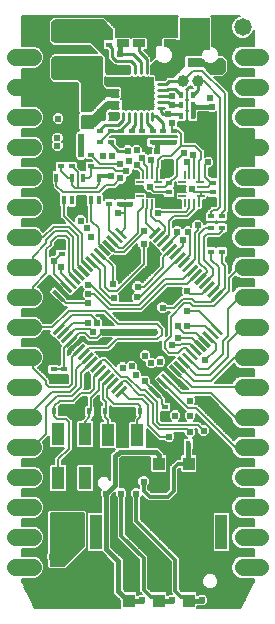
<source format=gbl>
G75*
%MOIN*%
%OFA0B0*%
%FSLAX25Y25*%
%IPPOS*%
%LPD*%
%AMOC8*
5,1,8,0,0,1.08239X$1,22.5*
%
%ADD10R,0.02400X0.01800*%
%ADD11C,0.04331*%
%ADD12C,0.05800*%
%ADD13R,0.03937X0.04331*%
%ADD14R,0.03937X0.11811*%
%ADD15R,0.09843X0.10039*%
%ADD16R,0.01378X0.03150*%
%ADD17R,0.01800X0.02400*%
%ADD18R,0.02559X0.00787*%
%ADD19R,0.02953X0.00787*%
%ADD20R,0.00787X0.02559*%
%ADD21R,0.04331X0.07480*%
%ADD22R,0.01181X0.04724*%
%ADD23C,0.01102*%
%ADD24R,0.10630X0.10630*%
%ADD25C,0.02781*%
%ADD26R,0.10000X0.10500*%
%ADD27R,0.05000X0.03000*%
%ADD28R,0.15748X0.07874*%
%ADD29R,0.04100X0.02800*%
%ADD30R,0.02800X0.04100*%
%ADD31C,0.03962*%
%ADD32C,0.05800*%
%ADD33C,0.00800*%
%ADD34C,0.01000*%
%ADD35C,0.02381*%
%ADD36C,0.02400*%
%ADD37C,0.01200*%
%ADD38C,0.01600*%
%ADD39C,0.00600*%
%ADD40C,0.00700*%
%ADD41C,0.02000*%
D10*
X0086663Y0069100D03*
X0086663Y0072900D03*
X0053163Y0081600D03*
X0049663Y0081600D03*
X0049663Y0085400D03*
X0053163Y0085400D03*
X0052363Y0123900D03*
X0052363Y0127700D03*
X0068263Y0140600D03*
X0071763Y0140600D03*
X0075263Y0140600D03*
X0075263Y0144400D03*
X0071763Y0144400D03*
X0068263Y0144400D03*
X0062163Y0153100D03*
X0055663Y0153100D03*
X0052163Y0153100D03*
X0052163Y0156900D03*
X0055663Y0156900D03*
X0062163Y0156900D03*
X0065163Y0161100D03*
X0068663Y0161100D03*
X0072163Y0161100D03*
X0075663Y0161100D03*
X0079163Y0161100D03*
X0082663Y0161100D03*
X0086163Y0161100D03*
X0089663Y0161100D03*
X0089663Y0164900D03*
X0086163Y0164900D03*
X0082663Y0164900D03*
X0079163Y0164900D03*
X0075663Y0164900D03*
X0072163Y0164900D03*
X0068663Y0164900D03*
X0065163Y0164900D03*
X0088163Y0151400D03*
X0088163Y0147600D03*
X0088163Y0144400D03*
X0088163Y0140600D03*
X0102663Y0140600D03*
X0102663Y0144400D03*
X0102663Y0147600D03*
X0102663Y0151400D03*
X0102163Y0136400D03*
X0105663Y0136400D03*
X0105663Y0132600D03*
X0102163Y0132600D03*
X0102163Y0128400D03*
X0105663Y0128400D03*
X0105663Y0124600D03*
X0102163Y0124600D03*
X0068163Y0193600D03*
X0068163Y0197400D03*
D11*
X0083238Y0196335D02*
X0083238Y0200665D01*
X0105089Y0200665D02*
X0105089Y0196335D01*
D12*
X0112663Y0189500D02*
X0118463Y0189500D01*
X0118463Y0179500D02*
X0112663Y0179500D01*
X0112663Y0169500D02*
X0118463Y0169500D01*
X0118463Y0159500D02*
X0112663Y0159500D01*
X0112663Y0149500D02*
X0118463Y0149500D01*
X0118463Y0139500D02*
X0112663Y0139500D01*
X0112663Y0129500D02*
X0118463Y0129500D01*
X0118463Y0119500D02*
X0112663Y0119500D01*
X0112663Y0109500D02*
X0118463Y0109500D01*
X0118463Y0099500D02*
X0112663Y0099500D01*
X0112663Y0089500D02*
X0118463Y0089500D01*
X0118463Y0079500D02*
X0112663Y0079500D01*
X0112663Y0069500D02*
X0118463Y0069500D01*
X0118463Y0059500D02*
X0112663Y0059500D01*
X0112663Y0049500D02*
X0118463Y0049500D01*
X0118463Y0039500D02*
X0112663Y0039500D01*
X0112663Y0029500D02*
X0118463Y0029500D01*
X0118463Y0019500D02*
X0112663Y0019500D01*
X0042663Y0019500D02*
X0036863Y0019500D01*
X0036863Y0029500D02*
X0042663Y0029500D01*
X0042663Y0039500D02*
X0036863Y0039500D01*
X0036863Y0049500D02*
X0042663Y0049500D01*
X0042663Y0059500D02*
X0036863Y0059500D01*
X0036863Y0069500D02*
X0042663Y0069500D01*
X0042663Y0079500D02*
X0036863Y0079500D01*
X0036863Y0089500D02*
X0042663Y0089500D01*
X0042663Y0099500D02*
X0036863Y0099500D01*
X0036863Y0109500D02*
X0042663Y0109500D01*
X0042663Y0119500D02*
X0036863Y0119500D01*
X0036863Y0129500D02*
X0042663Y0129500D01*
X0042663Y0139500D02*
X0036863Y0139500D01*
X0036863Y0149500D02*
X0042663Y0149500D01*
X0042663Y0159500D02*
X0036863Y0159500D01*
X0036863Y0169500D02*
X0042663Y0169500D01*
X0042663Y0179500D02*
X0036863Y0179500D01*
X0036863Y0189500D02*
X0042663Y0189500D01*
D13*
X0074663Y0054035D03*
X0084663Y0054035D03*
X0094663Y0054035D03*
X0094663Y0008365D03*
X0084663Y0008365D03*
X0074663Y0008365D03*
D14*
X0063797Y0031200D03*
X0105530Y0031200D03*
D15*
X0054163Y0031841D03*
X0054163Y0011959D03*
D16*
X0053163Y0141760D03*
X0050604Y0141760D03*
X0055723Y0141760D03*
X0059604Y0141760D03*
X0062163Y0141760D03*
X0064723Y0141760D03*
X0064723Y0149240D03*
X0059604Y0149240D03*
X0055723Y0149240D03*
X0050604Y0149240D03*
D17*
X0092263Y0170000D03*
X0092263Y0173500D03*
X0096063Y0173500D03*
X0096063Y0170000D03*
X0096063Y0177000D03*
X0092263Y0177000D03*
X0078563Y0071500D03*
X0074763Y0071500D03*
X0070563Y0071500D03*
X0066763Y0071500D03*
X0061563Y0071500D03*
X0057763Y0071500D03*
X0053563Y0071500D03*
X0049763Y0071500D03*
X0090763Y0060500D03*
X0094563Y0060500D03*
D18*
X0092593Y0143138D03*
X0092593Y0144713D03*
X0092593Y0146287D03*
X0092593Y0147862D03*
X0098734Y0146287D03*
X0098734Y0144713D03*
X0098734Y0143138D03*
X0084734Y0143138D03*
X0084734Y0144713D03*
X0084734Y0146287D03*
X0078593Y0146287D03*
X0078593Y0144713D03*
X0078593Y0143138D03*
X0078593Y0147862D03*
D19*
X0084537Y0147862D03*
X0098537Y0147862D03*
D20*
X0098026Y0150146D03*
X0096451Y0150146D03*
X0094876Y0150146D03*
X0093301Y0150146D03*
X0084026Y0150146D03*
X0082451Y0150146D03*
X0080876Y0150146D03*
X0079301Y0150146D03*
X0079301Y0140854D03*
X0080876Y0140854D03*
X0082451Y0140854D03*
X0084026Y0140854D03*
X0093301Y0140854D03*
X0094876Y0140854D03*
X0096451Y0140854D03*
X0098026Y0140854D03*
D21*
X0077585Y0063500D03*
X0067742Y0063500D03*
X0060191Y0063783D03*
X0051136Y0063783D03*
X0051136Y0049217D03*
X0060191Y0049217D03*
D22*
G36*
X0070844Y0075966D02*
X0070009Y0076801D01*
X0073348Y0080140D01*
X0074183Y0079305D01*
X0070844Y0075966D01*
G37*
G36*
X0069452Y0077358D02*
X0068617Y0078193D01*
X0071956Y0081532D01*
X0072791Y0080697D01*
X0069452Y0077358D01*
G37*
G36*
X0068060Y0078750D02*
X0067225Y0079585D01*
X0070564Y0082924D01*
X0071399Y0082089D01*
X0068060Y0078750D01*
G37*
G36*
X0066668Y0080142D02*
X0065833Y0080977D01*
X0069172Y0084316D01*
X0070007Y0083481D01*
X0066668Y0080142D01*
G37*
G36*
X0065276Y0081534D02*
X0064441Y0082369D01*
X0067780Y0085708D01*
X0068615Y0084873D01*
X0065276Y0081534D01*
G37*
G36*
X0063884Y0082926D02*
X0063049Y0083761D01*
X0066388Y0087100D01*
X0067223Y0086265D01*
X0063884Y0082926D01*
G37*
G36*
X0062492Y0084318D02*
X0061657Y0085153D01*
X0064996Y0088492D01*
X0065831Y0087657D01*
X0062492Y0084318D01*
G37*
G36*
X0061100Y0085710D02*
X0060265Y0086545D01*
X0063604Y0089884D01*
X0064439Y0089049D01*
X0061100Y0085710D01*
G37*
G36*
X0059708Y0087102D02*
X0058873Y0087937D01*
X0062212Y0091276D01*
X0063047Y0090441D01*
X0059708Y0087102D01*
G37*
G36*
X0058316Y0088494D02*
X0057481Y0089329D01*
X0060820Y0092668D01*
X0061655Y0091833D01*
X0058316Y0088494D01*
G37*
G36*
X0056924Y0089886D02*
X0056089Y0090721D01*
X0059428Y0094060D01*
X0060263Y0093225D01*
X0056924Y0089886D01*
G37*
G36*
X0055532Y0091277D02*
X0054697Y0092112D01*
X0058036Y0095451D01*
X0058871Y0094616D01*
X0055532Y0091277D01*
G37*
G36*
X0054140Y0092669D02*
X0053305Y0093504D01*
X0056644Y0096843D01*
X0057479Y0096008D01*
X0054140Y0092669D01*
G37*
G36*
X0052748Y0094061D02*
X0051913Y0094896D01*
X0055252Y0098235D01*
X0056087Y0097400D01*
X0052748Y0094061D01*
G37*
G36*
X0051357Y0095453D02*
X0050522Y0096288D01*
X0053861Y0099627D01*
X0054696Y0098792D01*
X0051357Y0095453D01*
G37*
G36*
X0049965Y0096845D02*
X0049130Y0097680D01*
X0052469Y0101019D01*
X0053304Y0100184D01*
X0049965Y0096845D01*
G37*
G36*
X0049130Y0111320D02*
X0049965Y0112155D01*
X0053304Y0108816D01*
X0052469Y0107981D01*
X0049130Y0111320D01*
G37*
G36*
X0054696Y0110208D02*
X0053861Y0109373D01*
X0050522Y0112712D01*
X0051357Y0113547D01*
X0054696Y0110208D01*
G37*
G36*
X0056087Y0111600D02*
X0055252Y0110765D01*
X0051913Y0114104D01*
X0052748Y0114939D01*
X0056087Y0111600D01*
G37*
G36*
X0057479Y0112992D02*
X0056644Y0112157D01*
X0053305Y0115496D01*
X0054140Y0116331D01*
X0057479Y0112992D01*
G37*
G36*
X0058871Y0114384D02*
X0058036Y0113549D01*
X0054697Y0116888D01*
X0055532Y0117723D01*
X0058871Y0114384D01*
G37*
G36*
X0060263Y0115775D02*
X0059428Y0114940D01*
X0056089Y0118279D01*
X0056924Y0119114D01*
X0060263Y0115775D01*
G37*
G36*
X0061655Y0117167D02*
X0060820Y0116332D01*
X0057481Y0119671D01*
X0058316Y0120506D01*
X0061655Y0117167D01*
G37*
G36*
X0063047Y0118559D02*
X0062212Y0117724D01*
X0058873Y0121063D01*
X0059708Y0121898D01*
X0063047Y0118559D01*
G37*
G36*
X0064439Y0119951D02*
X0063604Y0119116D01*
X0060265Y0122455D01*
X0061100Y0123290D01*
X0064439Y0119951D01*
G37*
G36*
X0065831Y0121343D02*
X0064996Y0120508D01*
X0061657Y0123847D01*
X0062492Y0124682D01*
X0065831Y0121343D01*
G37*
G36*
X0067223Y0122735D02*
X0066388Y0121900D01*
X0063049Y0125239D01*
X0063884Y0126074D01*
X0067223Y0122735D01*
G37*
G36*
X0068615Y0124127D02*
X0067780Y0123292D01*
X0064441Y0126631D01*
X0065276Y0127466D01*
X0068615Y0124127D01*
G37*
G36*
X0070007Y0125519D02*
X0069172Y0124684D01*
X0065833Y0128023D01*
X0066668Y0128858D01*
X0070007Y0125519D01*
G37*
G36*
X0071399Y0126911D02*
X0070564Y0126076D01*
X0067225Y0129415D01*
X0068060Y0130250D01*
X0071399Y0126911D01*
G37*
G36*
X0072791Y0128303D02*
X0071956Y0127468D01*
X0068617Y0130807D01*
X0069452Y0131642D01*
X0072791Y0128303D01*
G37*
G36*
X0074183Y0129695D02*
X0073348Y0128860D01*
X0070009Y0132199D01*
X0070844Y0133034D01*
X0074183Y0129695D01*
G37*
G36*
X0084483Y0133034D02*
X0085318Y0132199D01*
X0081979Y0128860D01*
X0081144Y0129695D01*
X0084483Y0133034D01*
G37*
G36*
X0085875Y0131642D02*
X0086710Y0130807D01*
X0083371Y0127468D01*
X0082536Y0128303D01*
X0085875Y0131642D01*
G37*
G36*
X0087267Y0130250D02*
X0088102Y0129415D01*
X0084763Y0126076D01*
X0083928Y0126911D01*
X0087267Y0130250D01*
G37*
G36*
X0088659Y0128858D02*
X0089494Y0128023D01*
X0086155Y0124684D01*
X0085320Y0125519D01*
X0088659Y0128858D01*
G37*
G36*
X0090051Y0127466D02*
X0090886Y0126631D01*
X0087547Y0123292D01*
X0086712Y0124127D01*
X0090051Y0127466D01*
G37*
G36*
X0091443Y0126074D02*
X0092278Y0125239D01*
X0088939Y0121900D01*
X0088104Y0122735D01*
X0091443Y0126074D01*
G37*
G36*
X0092835Y0124682D02*
X0093670Y0123847D01*
X0090331Y0120508D01*
X0089496Y0121343D01*
X0092835Y0124682D01*
G37*
G36*
X0094227Y0123290D02*
X0095062Y0122455D01*
X0091723Y0119116D01*
X0090888Y0119951D01*
X0094227Y0123290D01*
G37*
G36*
X0095619Y0121898D02*
X0096454Y0121063D01*
X0093115Y0117724D01*
X0092280Y0118559D01*
X0095619Y0121898D01*
G37*
G36*
X0097011Y0120506D02*
X0097846Y0119671D01*
X0094507Y0116332D01*
X0093672Y0117167D01*
X0097011Y0120506D01*
G37*
G36*
X0098403Y0119114D02*
X0099238Y0118279D01*
X0095899Y0114940D01*
X0095064Y0115775D01*
X0098403Y0119114D01*
G37*
G36*
X0099795Y0117723D02*
X0100630Y0116888D01*
X0097291Y0113549D01*
X0096456Y0114384D01*
X0099795Y0117723D01*
G37*
G36*
X0101187Y0116331D02*
X0102022Y0115496D01*
X0098683Y0112157D01*
X0097848Y0112992D01*
X0101187Y0116331D01*
G37*
G36*
X0102579Y0114939D02*
X0103414Y0114104D01*
X0100075Y0110765D01*
X0099240Y0111600D01*
X0102579Y0114939D01*
G37*
G36*
X0103970Y0113547D02*
X0104805Y0112712D01*
X0101466Y0109373D01*
X0100631Y0110208D01*
X0103970Y0113547D01*
G37*
G36*
X0105362Y0112155D02*
X0106197Y0111320D01*
X0102858Y0107981D01*
X0102023Y0108816D01*
X0105362Y0112155D01*
G37*
G36*
X0106197Y0097680D02*
X0105362Y0096845D01*
X0102023Y0100184D01*
X0102858Y0101019D01*
X0106197Y0097680D01*
G37*
G36*
X0104805Y0096288D02*
X0103970Y0095453D01*
X0100631Y0098792D01*
X0101466Y0099627D01*
X0104805Y0096288D01*
G37*
G36*
X0103414Y0094896D02*
X0102579Y0094061D01*
X0099240Y0097400D01*
X0100075Y0098235D01*
X0103414Y0094896D01*
G37*
G36*
X0102022Y0093504D02*
X0101187Y0092669D01*
X0097848Y0096008D01*
X0098683Y0096843D01*
X0102022Y0093504D01*
G37*
G36*
X0100630Y0092112D02*
X0099795Y0091277D01*
X0096456Y0094616D01*
X0097291Y0095451D01*
X0100630Y0092112D01*
G37*
G36*
X0099238Y0090721D02*
X0098403Y0089886D01*
X0095064Y0093225D01*
X0095899Y0094060D01*
X0099238Y0090721D01*
G37*
G36*
X0097846Y0089329D02*
X0097011Y0088494D01*
X0093672Y0091833D01*
X0094507Y0092668D01*
X0097846Y0089329D01*
G37*
G36*
X0096454Y0087937D02*
X0095619Y0087102D01*
X0092280Y0090441D01*
X0093115Y0091276D01*
X0096454Y0087937D01*
G37*
G36*
X0095062Y0086545D02*
X0094227Y0085710D01*
X0090888Y0089049D01*
X0091723Y0089884D01*
X0095062Y0086545D01*
G37*
G36*
X0093670Y0085153D02*
X0092835Y0084318D01*
X0089496Y0087657D01*
X0090331Y0088492D01*
X0093670Y0085153D01*
G37*
G36*
X0092278Y0083761D02*
X0091443Y0082926D01*
X0088104Y0086265D01*
X0088939Y0087100D01*
X0092278Y0083761D01*
G37*
G36*
X0090886Y0082369D02*
X0090051Y0081534D01*
X0086712Y0084873D01*
X0087547Y0085708D01*
X0090886Y0082369D01*
G37*
G36*
X0089494Y0080977D02*
X0088659Y0080142D01*
X0085320Y0083481D01*
X0086155Y0084316D01*
X0089494Y0080977D01*
G37*
G36*
X0088102Y0079585D02*
X0087267Y0078750D01*
X0083928Y0082089D01*
X0084763Y0082924D01*
X0088102Y0079585D01*
G37*
G36*
X0086710Y0078193D02*
X0085875Y0077358D01*
X0082536Y0080697D01*
X0083371Y0081532D01*
X0086710Y0078193D01*
G37*
G36*
X0085318Y0076801D02*
X0084483Y0075966D01*
X0081144Y0079305D01*
X0081979Y0080140D01*
X0085318Y0076801D01*
G37*
D23*
X0082585Y0168602D02*
X0082585Y0170846D01*
X0080616Y0170846D02*
X0080616Y0168602D01*
X0078648Y0168602D02*
X0078648Y0170846D01*
X0076679Y0170846D02*
X0076679Y0168602D01*
X0074711Y0168602D02*
X0074711Y0170846D01*
X0072742Y0170846D02*
X0072742Y0168602D01*
X0071010Y0172579D02*
X0068766Y0172579D01*
X0068766Y0174547D02*
X0071010Y0174547D01*
X0071010Y0176516D02*
X0068766Y0176516D01*
X0068766Y0178484D02*
X0071010Y0178484D01*
X0071010Y0180453D02*
X0068766Y0180453D01*
X0068766Y0182421D02*
X0071010Y0182421D01*
X0072742Y0184154D02*
X0072742Y0186398D01*
X0074711Y0186398D02*
X0074711Y0184154D01*
X0076679Y0184154D02*
X0076679Y0186398D01*
X0078648Y0186398D02*
X0078648Y0184154D01*
X0080616Y0184154D02*
X0080616Y0186398D01*
X0082585Y0186398D02*
X0082585Y0184154D01*
X0084317Y0182421D02*
X0086561Y0182421D01*
X0086561Y0180453D02*
X0084317Y0180453D01*
X0084317Y0178484D02*
X0086561Y0178484D01*
X0086561Y0176516D02*
X0084317Y0176516D01*
X0084317Y0174547D02*
X0086561Y0174547D01*
X0086561Y0172579D02*
X0084317Y0172579D01*
D24*
X0077663Y0177500D03*
D25*
X0077663Y0177500D03*
X0074120Y0177500D03*
X0074120Y0173957D03*
X0077663Y0173957D03*
X0081207Y0173957D03*
X0081207Y0177500D03*
X0081207Y0181043D03*
X0077663Y0181043D03*
X0074120Y0181043D03*
D26*
X0096663Y0197100D03*
D27*
X0096663Y0187850D03*
D28*
X0057663Y0185898D03*
X0057663Y0198102D03*
D29*
X0072663Y0199950D03*
X0078163Y0199950D03*
X0088463Y0199950D03*
X0088463Y0194050D03*
X0078163Y0194050D03*
X0072663Y0194050D03*
D30*
X0061113Y0179000D03*
X0055213Y0179000D03*
X0055213Y0173500D03*
X0061113Y0173500D03*
X0061113Y0168000D03*
X0055213Y0168000D03*
D31*
X0092663Y0181500D03*
X0097663Y0181500D03*
D32*
X0112663Y0199500D03*
D33*
X0099163Y0185000D02*
X0096163Y0185000D01*
X0092663Y0181500D01*
X0097663Y0181500D02*
X0099663Y0181500D01*
X0105163Y0176000D01*
X0105163Y0139500D01*
X0104163Y0138500D01*
X0102663Y0138500D01*
X0102163Y0138000D01*
X0102163Y0136400D01*
X0100563Y0138500D02*
X0098663Y0138500D01*
X0094163Y0134000D01*
X0092663Y0134000D01*
X0094163Y0136500D02*
X0089663Y0136500D01*
X0088163Y0135000D01*
X0088163Y0130311D01*
X0086015Y0128163D01*
X0084623Y0129555D02*
X0086663Y0131595D01*
X0086663Y0133000D01*
X0084663Y0135000D01*
X0083663Y0135000D01*
X0082163Y0136500D01*
X0082163Y0138500D01*
X0082463Y0138800D01*
X0082463Y0140842D01*
X0082451Y0140854D01*
X0084026Y0140854D02*
X0084026Y0143138D01*
X0084734Y0143138D01*
X0084734Y0144713D02*
X0087851Y0144713D01*
X0088163Y0144400D01*
X0088163Y0147600D02*
X0088263Y0147600D01*
X0090663Y0150000D01*
X0090663Y0155200D01*
X0093163Y0157700D01*
X0092163Y0160000D02*
X0092163Y0164000D01*
X0091263Y0164900D01*
X0089663Y0164900D01*
X0089163Y0165400D01*
X0089163Y0167700D01*
X0092163Y0160000D02*
X0096663Y0160000D01*
X0098663Y0158000D01*
X0098663Y0155500D01*
X0098026Y0154862D01*
X0098026Y0150146D01*
X0098026Y0147862D01*
X0098537Y0147862D01*
X0098734Y0146287D02*
X0100951Y0146287D01*
X0102263Y0147600D01*
X0100163Y0149700D01*
X0100163Y0153500D01*
X0101163Y0154500D01*
X0096451Y0156713D02*
X0096163Y0157000D01*
X0096451Y0156713D02*
X0096451Y0150146D01*
X0094876Y0150146D02*
X0094876Y0153787D01*
X0094163Y0154500D01*
X0088663Y0156500D02*
X0085763Y0156500D01*
X0084363Y0155100D01*
X0084363Y0152900D01*
X0084026Y0152562D01*
X0084026Y0150146D01*
X0084026Y0147862D01*
X0084537Y0147862D01*
X0084734Y0144713D02*
X0082951Y0144713D01*
X0081663Y0146000D01*
X0081663Y0146300D01*
X0078593Y0146287D02*
X0078593Y0144713D01*
X0079301Y0140854D02*
X0079301Y0139638D01*
X0077663Y0138000D01*
X0077663Y0131000D01*
X0072663Y0126000D01*
X0071475Y0126000D01*
X0069312Y0128163D01*
X0070704Y0129555D02*
X0068263Y0131995D01*
X0068263Y0140600D01*
X0070978Y0137615D02*
X0070963Y0137600D01*
X0070978Y0137615D02*
X0073563Y0137615D01*
X0073563Y0132415D01*
X0072096Y0130947D01*
X0073163Y0124500D02*
X0079863Y0131200D01*
X0079863Y0131600D01*
X0080563Y0134100D02*
X0080563Y0138800D01*
X0080876Y0139113D01*
X0080876Y0140854D01*
X0084463Y0137500D02*
X0084963Y0138000D01*
X0093663Y0138000D01*
X0094876Y0139213D01*
X0094876Y0140854D01*
X0096451Y0140854D02*
X0096451Y0138787D01*
X0094163Y0136500D01*
X0097663Y0133500D02*
X0097663Y0132000D01*
X0096663Y0131000D01*
X0096663Y0122108D01*
X0094367Y0119811D01*
X0095759Y0118419D02*
X0092839Y0115500D01*
X0086663Y0115500D01*
X0078163Y0107000D01*
X0068663Y0107000D01*
X0062163Y0113500D01*
X0061163Y0113500D01*
X0061163Y0110500D02*
X0063163Y0110500D01*
X0068163Y0105500D01*
X0078663Y0105500D01*
X0087163Y0114000D01*
X0094123Y0114000D01*
X0097151Y0117027D01*
X0098543Y0115636D02*
X0100663Y0117756D01*
X0100663Y0118500D01*
X0098163Y0121000D01*
X0098163Y0130500D01*
X0100263Y0132600D01*
X0102163Y0132600D01*
X0100663Y0130500D02*
X0104663Y0130500D01*
X0105663Y0131500D01*
X0105663Y0132600D01*
X0108163Y0131000D02*
X0108163Y0155000D01*
X0102663Y0147600D02*
X0102263Y0147600D01*
X0102351Y0144713D02*
X0098734Y0144713D01*
X0096451Y0144713D01*
X0095663Y0145500D01*
X0098734Y0144713D02*
X0098734Y0143138D01*
X0098026Y0143138D01*
X0098026Y0140854D01*
X0100563Y0138500D02*
X0102663Y0140600D01*
X0105663Y0137500D02*
X0106663Y0138500D01*
X0106663Y0177500D01*
X0099163Y0185000D01*
X0068663Y0164900D02*
X0068663Y0164800D01*
X0065163Y0161300D01*
X0065163Y0161100D01*
X0062163Y0156900D02*
X0065063Y0154000D01*
X0071663Y0154000D01*
X0069563Y0152600D02*
X0062163Y0152600D01*
X0062163Y0153100D01*
X0062163Y0150000D01*
X0061404Y0149240D01*
X0059604Y0149240D01*
X0057663Y0151100D02*
X0057663Y0146000D01*
X0056663Y0146000D01*
X0055663Y0147000D01*
X0055663Y0149181D01*
X0055723Y0149240D01*
X0054423Y0149240D01*
X0052163Y0151500D01*
X0052163Y0153100D01*
X0055663Y0153100D02*
X0057663Y0151100D01*
X0050604Y0149240D02*
X0050604Y0146559D01*
X0052663Y0144500D01*
X0063163Y0144500D01*
X0063663Y0144500D01*
X0064663Y0144500D01*
X0067163Y0147000D01*
X0069763Y0147000D01*
X0071863Y0149100D01*
X0070463Y0151700D02*
X0069563Y0152600D01*
X0070463Y0151700D02*
X0073863Y0151700D01*
X0077363Y0153500D02*
X0079301Y0151562D01*
X0079301Y0150146D01*
X0080876Y0150146D02*
X0080876Y0152787D01*
X0079663Y0154000D01*
X0079663Y0155500D01*
X0079163Y0156000D01*
X0082163Y0155300D02*
X0082451Y0155013D01*
X0082451Y0150146D01*
X0088663Y0156500D02*
X0092163Y0160000D01*
X0064723Y0149240D02*
X0064723Y0147059D01*
X0063663Y0146000D01*
X0057663Y0146000D01*
X0053163Y0141760D02*
X0053163Y0136500D01*
X0059163Y0130500D01*
X0059163Y0121608D01*
X0060960Y0119811D01*
X0059568Y0118419D02*
X0057663Y0120324D01*
X0057663Y0130000D01*
X0054663Y0133000D01*
X0049663Y0133000D01*
X0046163Y0129500D01*
X0042663Y0129500D01*
X0047163Y0128500D02*
X0047163Y0127500D01*
X0042663Y0123000D01*
X0042663Y0119500D01*
X0047163Y0117500D02*
X0047163Y0125500D01*
X0048663Y0127000D01*
X0048663Y0128000D01*
X0050663Y0130000D01*
X0053663Y0130000D01*
X0054663Y0129000D01*
X0054663Y0117756D01*
X0056784Y0115636D01*
X0058176Y0117027D02*
X0056163Y0119040D01*
X0056163Y0129500D01*
X0054163Y0131500D01*
X0050163Y0131500D01*
X0047163Y0128500D01*
X0052063Y0123900D02*
X0052363Y0123900D01*
X0052063Y0123900D02*
X0049663Y0121500D01*
X0049663Y0117189D01*
X0054000Y0112852D01*
X0055392Y0114244D02*
X0052163Y0117473D01*
X0052163Y0119500D01*
X0047163Y0117500D02*
X0042663Y0113000D01*
X0042663Y0109500D01*
X0051217Y0110068D02*
X0053784Y0107500D01*
X0061163Y0107500D01*
X0062163Y0103500D02*
X0055784Y0103500D01*
X0051217Y0098932D01*
X0052609Y0097540D02*
X0056068Y0101000D01*
X0061163Y0101000D01*
X0061863Y0098800D02*
X0056652Y0098800D01*
X0054000Y0096148D01*
X0055392Y0094756D02*
X0053163Y0092527D01*
X0053163Y0085400D01*
X0049663Y0085400D01*
X0047163Y0081500D02*
X0047163Y0080500D01*
X0048163Y0079500D01*
X0054663Y0079500D01*
X0055663Y0080500D01*
X0055663Y0089460D01*
X0058176Y0091973D01*
X0059568Y0090581D02*
X0061488Y0092500D01*
X0067663Y0092500D01*
X0070663Y0095500D01*
X0084163Y0095500D01*
X0085663Y0097000D01*
X0085663Y0099000D01*
X0084163Y0100500D01*
X0071163Y0100500D01*
X0066663Y0105000D01*
X0054663Y0105000D01*
X0049163Y0099500D01*
X0042663Y0099500D01*
X0055392Y0094756D02*
X0058036Y0097400D01*
X0060163Y0097400D01*
X0061763Y0095800D01*
X0063963Y0095800D01*
X0066163Y0098000D01*
X0062663Y0098000D02*
X0061863Y0098800D01*
X0064163Y0101000D02*
X0064163Y0101500D01*
X0062163Y0103500D01*
X0068463Y0109200D02*
X0069763Y0109200D01*
X0068463Y0109200D02*
X0065163Y0112500D01*
X0065163Y0118392D01*
X0062352Y0121203D01*
X0063744Y0122595D02*
X0066663Y0119676D01*
X0066663Y0113000D01*
X0068163Y0111500D01*
X0070663Y0111500D01*
X0079663Y0120500D01*
X0079663Y0127200D01*
X0073163Y0124500D02*
X0070191Y0124500D01*
X0067920Y0126771D01*
X0066528Y0125379D02*
X0064663Y0127244D01*
X0064663Y0132500D01*
X0062163Y0135000D01*
X0062163Y0141760D01*
X0073563Y0140600D02*
X0073563Y0137615D01*
X0080563Y0134100D02*
X0083231Y0131432D01*
X0083231Y0130947D01*
X0087407Y0126771D02*
X0090863Y0130227D01*
X0090863Y0131300D01*
X0094363Y0131300D02*
X0095163Y0130500D01*
X0095163Y0123392D01*
X0092975Y0121203D01*
X0091583Y0122595D02*
X0078488Y0109500D01*
X0077463Y0109500D01*
X0077663Y0113000D02*
X0079663Y0113000D01*
X0086163Y0119500D01*
X0086163Y0122744D01*
X0088799Y0125379D01*
X0090191Y0123987D02*
X0092663Y0126460D01*
X0092663Y0128500D01*
X0099663Y0129500D02*
X0100663Y0130500D01*
X0099663Y0129500D02*
X0099663Y0122000D01*
X0102663Y0119000D01*
X0102663Y0116973D01*
X0099935Y0114244D01*
X0101327Y0112852D02*
X0098975Y0110500D01*
X0095163Y0110500D01*
X0094163Y0111500D01*
X0092663Y0109000D02*
X0089663Y0106000D01*
X0085963Y0106000D01*
X0088663Y0103000D02*
X0093163Y0107500D01*
X0095163Y0107500D01*
X0096163Y0106500D01*
X0103163Y0106500D01*
X0108163Y0111500D01*
X0108163Y0116000D01*
X0111663Y0119500D01*
X0112663Y0119500D01*
X0106663Y0120000D02*
X0106663Y0112621D01*
X0104110Y0110068D01*
X0102043Y0108000D01*
X0096663Y0108000D01*
X0095663Y0109000D01*
X0092663Y0109000D01*
X0094163Y0105000D02*
X0098043Y0105000D01*
X0104110Y0098932D01*
X0102718Y0097540D02*
X0100259Y0100000D01*
X0094163Y0100000D01*
X0093163Y0097500D02*
X0091163Y0099500D01*
X0091163Y0100000D01*
X0093163Y0097500D02*
X0097191Y0097500D01*
X0099935Y0094756D01*
X0101327Y0096148D02*
X0103663Y0093811D01*
X0103663Y0092000D01*
X0100163Y0088500D01*
X0101163Y0085500D02*
X0106163Y0090500D01*
X0106163Y0095000D01*
X0107663Y0096500D01*
X0107663Y0105500D01*
X0111663Y0109500D01*
X0112663Y0109500D01*
X0104663Y0113405D02*
X0104663Y0119500D01*
X0102163Y0122000D01*
X0102163Y0124600D01*
X0105663Y0124600D02*
X0105663Y0121000D01*
X0106663Y0120000D01*
X0104663Y0113405D02*
X0102718Y0111460D01*
X0088663Y0103000D02*
X0088663Y0096500D01*
X0086663Y0094500D01*
X0086663Y0092500D01*
X0088163Y0091000D01*
X0091163Y0091000D01*
X0092663Y0092500D01*
X0093839Y0092500D01*
X0095759Y0090581D01*
X0097151Y0091973D02*
X0095123Y0094000D01*
X0092163Y0094000D01*
X0091663Y0093500D01*
X0089163Y0093500D01*
X0091163Y0096000D02*
X0095907Y0096000D01*
X0098543Y0093364D01*
X0094367Y0089189D02*
X0098055Y0085500D01*
X0101163Y0085500D01*
X0101663Y0083500D02*
X0097272Y0083500D01*
X0092975Y0087797D01*
X0091583Y0086405D02*
X0096488Y0081500D01*
X0102163Y0081500D01*
X0110163Y0089500D01*
X0112663Y0089500D01*
X0107663Y0089500D02*
X0107663Y0094500D01*
X0112663Y0099500D01*
X0107663Y0089500D02*
X0101663Y0083500D01*
X0095704Y0079500D02*
X0112663Y0079500D01*
X0110163Y0069500D02*
X0102163Y0077500D01*
X0092136Y0077500D01*
X0087407Y0082229D01*
X0088799Y0083621D02*
X0086920Y0085500D01*
X0085663Y0085500D01*
X0082663Y0082500D01*
X0082663Y0081500D01*
X0084623Y0079540D01*
X0084623Y0079445D01*
X0083231Y0078053D02*
X0083231Y0077932D01*
X0085663Y0075500D01*
X0085663Y0073900D01*
X0086663Y0072900D01*
X0084163Y0074500D02*
X0084163Y0068000D01*
X0085163Y0067000D01*
X0097663Y0067000D01*
X0099663Y0065000D01*
X0095163Y0064500D02*
X0094163Y0065500D01*
X0084663Y0065500D01*
X0082663Y0067500D01*
X0082663Y0074000D01*
X0079663Y0077000D01*
X0078163Y0077000D01*
X0073663Y0081500D01*
X0072759Y0081500D01*
X0070704Y0079445D01*
X0072096Y0078053D02*
X0074649Y0075500D01*
X0079163Y0075500D01*
X0081163Y0073500D01*
X0081163Y0067000D01*
X0085163Y0063000D01*
X0088163Y0063000D01*
X0077585Y0063500D02*
X0077585Y0068421D01*
X0078563Y0069400D01*
X0078563Y0071500D01*
X0078563Y0073100D01*
X0077663Y0074000D01*
X0069663Y0074000D01*
X0067563Y0076100D01*
X0067563Y0079089D01*
X0069312Y0080837D01*
X0067920Y0082229D02*
X0066163Y0080473D01*
X0066163Y0075500D01*
X0067163Y0074500D01*
X0067163Y0071900D01*
X0066763Y0071500D01*
X0066763Y0069400D01*
X0067742Y0068421D01*
X0067742Y0063500D01*
X0060191Y0063783D02*
X0060163Y0063811D01*
X0060163Y0068000D01*
X0061563Y0069400D01*
X0061563Y0071500D01*
X0061963Y0071900D01*
X0061963Y0075800D01*
X0064663Y0078500D01*
X0064663Y0081756D01*
X0066528Y0083621D01*
X0065136Y0085013D02*
X0063163Y0083040D01*
X0063163Y0079000D01*
X0061663Y0077500D01*
X0058663Y0077500D01*
X0056163Y0075000D01*
X0051663Y0075000D01*
X0049763Y0073100D01*
X0049763Y0071500D01*
X0049763Y0069900D01*
X0050663Y0069000D01*
X0053663Y0069000D01*
X0054663Y0068000D01*
X0054663Y0059000D01*
X0051163Y0055500D01*
X0051163Y0049244D01*
X0051136Y0049217D01*
X0042663Y0059500D02*
X0047163Y0064000D01*
X0047163Y0073000D01*
X0050663Y0076500D01*
X0055663Y0076500D01*
X0058663Y0079500D01*
X0058663Y0084108D01*
X0062352Y0087797D01*
X0060960Y0089189D02*
X0057163Y0085392D01*
X0057163Y0080000D01*
X0055163Y0078000D01*
X0049163Y0078000D01*
X0042663Y0071500D01*
X0042663Y0069500D01*
X0053563Y0071500D02*
X0057763Y0071500D01*
X0070563Y0071500D02*
X0074763Y0071500D01*
X0080163Y0078500D02*
X0084163Y0074500D01*
X0083231Y0078053D02*
X0080163Y0081121D01*
X0080163Y0081500D01*
X0078663Y0078500D02*
X0074163Y0083000D01*
X0072163Y0083000D01*
X0066663Y0088500D01*
X0065839Y0088500D01*
X0063744Y0086405D01*
X0078663Y0078500D02*
X0080163Y0078500D01*
X0086015Y0080837D02*
X0094352Y0072500D01*
X0097163Y0072500D01*
X0110163Y0059500D01*
X0112663Y0059500D01*
X0112663Y0069500D02*
X0110163Y0069500D01*
X0095704Y0079500D02*
X0090191Y0085013D01*
X0047163Y0081500D02*
X0042663Y0086000D01*
X0042663Y0089500D01*
X0069363Y0113900D02*
X0069363Y0119760D01*
X0065136Y0123987D01*
X0102163Y0128400D02*
X0105663Y0128400D01*
X0105663Y0128500D01*
X0108163Y0131000D01*
X0105663Y0136400D02*
X0105663Y0137500D01*
X0102663Y0144400D02*
X0102351Y0144713D01*
D34*
X0074363Y0158300D02*
X0071163Y0158300D01*
X0068663Y0160800D01*
X0068663Y0161100D01*
X0068663Y0164900D02*
X0072163Y0164900D01*
X0072163Y0165500D01*
X0074711Y0168047D01*
X0074711Y0169724D01*
X0076663Y0169709D02*
X0076679Y0169724D01*
X0076663Y0169709D02*
X0076663Y0167000D01*
X0075663Y0166000D01*
X0075663Y0164900D01*
X0078648Y0165416D02*
X0079163Y0164900D01*
X0078648Y0165416D02*
X0078648Y0169724D01*
X0080616Y0169724D02*
X0080616Y0167547D01*
X0082663Y0165500D01*
X0082663Y0164900D01*
X0086163Y0164900D02*
X0086163Y0167500D01*
X0083939Y0169724D01*
X0082585Y0169724D01*
X0085439Y0171224D02*
X0086163Y0170500D01*
X0087863Y0170500D01*
X0091763Y0170500D01*
X0092263Y0170000D01*
X0092263Y0173500D02*
X0088963Y0173500D01*
X0088663Y0173500D01*
X0087616Y0174547D01*
X0085439Y0174547D01*
X0085455Y0176500D02*
X0085439Y0176516D01*
X0088948Y0176516D01*
X0088963Y0176500D01*
X0087448Y0178484D02*
X0085439Y0178484D01*
X0085439Y0180453D02*
X0087116Y0180453D01*
X0088163Y0181500D01*
X0092663Y0181500D01*
X0090263Y0178900D02*
X0087863Y0178900D01*
X0087448Y0178484D01*
X0090263Y0178900D02*
X0092163Y0177000D01*
X0092263Y0177000D01*
X0096063Y0177000D02*
X0097663Y0178600D01*
X0097663Y0181500D01*
X0085439Y0172579D02*
X0085439Y0171224D01*
X0072742Y0169724D02*
X0072742Y0168579D01*
X0071163Y0167000D01*
X0066663Y0167000D01*
X0065163Y0165500D01*
X0065163Y0164900D01*
X0076679Y0185276D02*
X0076679Y0186984D01*
X0075463Y0188200D01*
X0070463Y0188200D01*
X0069160Y0189504D01*
X0069160Y0192604D01*
X0068163Y0193600D01*
X0071663Y0190500D02*
X0076163Y0190500D01*
X0078648Y0188016D01*
X0078648Y0185276D01*
X0080616Y0185276D02*
X0080616Y0189047D01*
X0078163Y0191500D01*
X0078163Y0194050D01*
D35*
X0071663Y0190500D03*
X0084963Y0186000D03*
X0086463Y0184800D03*
X0102163Y0185500D03*
X0104663Y0185500D03*
X0101663Y0176000D03*
X0102463Y0173000D03*
X0108863Y0175600D03*
X0088963Y0176500D03*
X0088963Y0173500D03*
X0087863Y0170500D03*
X0089163Y0167700D03*
X0069163Y0169300D03*
X0066063Y0169600D03*
X0064963Y0171100D03*
X0063863Y0169600D03*
X0058763Y0163000D03*
X0050863Y0162600D03*
X0050863Y0160000D03*
X0047663Y0165000D03*
X0047663Y0167500D03*
X0051163Y0169000D03*
X0058763Y0157100D03*
X0065963Y0156700D03*
X0068963Y0156700D03*
X0074363Y0158300D03*
X0077363Y0158400D03*
X0079163Y0156000D03*
X0081263Y0158200D03*
X0084263Y0158200D03*
X0082163Y0155300D03*
X0086563Y0154100D03*
X0094163Y0154500D03*
X0096163Y0157000D03*
X0093163Y0157700D03*
X0101163Y0154500D03*
X0102163Y0158000D03*
X0081663Y0146300D03*
X0076763Y0150400D03*
X0077363Y0153500D03*
X0074663Y0155000D03*
X0071663Y0154000D03*
X0073863Y0151700D03*
X0071863Y0149100D03*
X0068863Y0150000D03*
X0070963Y0137600D03*
X0058663Y0138000D03*
X0058663Y0135000D03*
X0060663Y0132500D03*
X0062163Y0129500D03*
X0049363Y0124500D03*
X0049663Y0121500D03*
X0052163Y0119500D03*
X0061163Y0113500D03*
X0061163Y0110500D03*
X0061163Y0107500D03*
X0069763Y0109200D03*
X0077463Y0109500D03*
X0077663Y0113000D03*
X0069363Y0113900D03*
X0076163Y0124300D03*
X0079663Y0127200D03*
X0079863Y0131600D03*
X0084463Y0137500D03*
X0092663Y0134000D03*
X0094363Y0131300D03*
X0090863Y0131300D03*
X0097663Y0133500D03*
X0092663Y0128500D03*
X0083163Y0124300D03*
X0094163Y0111500D03*
X0085863Y0109300D03*
X0085963Y0106000D03*
X0094163Y0105000D03*
X0094163Y0100000D03*
X0091163Y0100000D03*
X0091163Y0096000D03*
X0089163Y0093500D03*
X0084163Y0093000D03*
X0080163Y0090000D03*
X0082163Y0087500D03*
X0085163Y0088000D03*
X0075663Y0086500D03*
X0072663Y0086000D03*
X0077163Y0083500D03*
X0080163Y0081500D03*
X0087863Y0075700D03*
X0095163Y0075000D03*
X0095163Y0070000D03*
X0090163Y0070000D03*
X0095163Y0064500D03*
X0099663Y0065000D03*
X0110663Y0064500D03*
X0099163Y0056500D03*
X0099163Y0051500D03*
X0087163Y0059500D03*
X0082663Y0061500D03*
X0088163Y0063000D03*
X0073463Y0068400D03*
X0059163Y0074500D03*
X0060963Y0082400D03*
X0066663Y0095000D03*
X0066163Y0098000D03*
X0062663Y0098000D03*
X0061163Y0101000D03*
X0064163Y0101000D03*
X0067163Y0101000D03*
X0083163Y0098000D03*
X0100163Y0088500D03*
X0110663Y0084500D03*
X0066163Y0057000D03*
X0059163Y0056000D03*
X0079663Y0048000D03*
X0077163Y0044000D03*
X0072163Y0044000D03*
X0067163Y0044000D03*
X0061163Y0043000D03*
X0061163Y0039500D03*
X0045163Y0044500D03*
X0077663Y0030500D03*
X0085963Y0032000D03*
X0094163Y0032000D03*
X0094163Y0039000D03*
X0093663Y0020000D03*
X0098663Y0020000D03*
X0104163Y0020000D03*
X0109663Y0014500D03*
X0109663Y0011000D03*
X0109663Y0007500D03*
X0099163Y0008500D03*
X0089163Y0008500D03*
X0079163Y0008500D03*
X0073863Y0013000D03*
X0073863Y0016000D03*
X0068663Y0017000D03*
X0068663Y0020000D03*
X0076163Y0020000D03*
X0082663Y0020000D03*
X0087163Y0020000D03*
X0060663Y0020000D03*
X0056163Y0020000D03*
X0051163Y0023000D03*
X0050163Y0021500D03*
X0049163Y0023000D03*
X0050163Y0024500D03*
X0055363Y0016000D03*
X0055363Y0013000D03*
X0060663Y0017000D03*
X0055363Y0010000D03*
X0055363Y0007000D03*
X0045663Y0007500D03*
X0045663Y0011000D03*
X0045663Y0014500D03*
X0044663Y0094500D03*
X0044663Y0104500D03*
X0110663Y0114500D03*
X0095663Y0145500D03*
X0054763Y0184200D03*
X0053163Y0185300D03*
X0051563Y0184200D03*
X0053163Y0183100D03*
D36*
X0066163Y0098000D02*
X0083163Y0098000D01*
D37*
X0091163Y0054000D02*
X0094629Y0054000D01*
X0094663Y0054035D01*
X0091163Y0054000D02*
X0089663Y0052500D01*
X0089663Y0045000D01*
X0087663Y0043000D01*
X0081663Y0043000D01*
X0079663Y0045000D01*
X0079663Y0048000D01*
X0077163Y0044000D02*
X0077163Y0035000D01*
X0090163Y0022000D01*
X0090163Y0011500D01*
X0092163Y0009500D01*
X0093529Y0009500D01*
X0094663Y0008365D01*
X0094529Y0008500D01*
X0084663Y0008365D02*
X0083529Y0009500D01*
X0082163Y0009500D01*
X0079663Y0012000D01*
X0079663Y0022500D01*
X0072163Y0030000D01*
X0072163Y0044000D01*
X0084529Y0008500D02*
X0084663Y0008365D01*
X0064723Y0149240D02*
X0064723Y0150000D01*
X0068863Y0150000D01*
D38*
X0071763Y0140600D02*
X0073563Y0140600D01*
X0075263Y0140600D01*
X0084263Y0158200D02*
X0084263Y0161100D01*
X0082663Y0161100D01*
X0084163Y0161100D01*
X0082663Y0161100D02*
X0086163Y0161100D01*
X0089663Y0161100D01*
X0096063Y0170000D02*
X0096063Y0173500D01*
X0096563Y0173000D01*
X0102463Y0173000D01*
X0071663Y0190500D02*
X0071663Y0193050D01*
X0072663Y0194050D01*
X0094563Y0060500D02*
X0094563Y0054135D01*
X0094663Y0054035D01*
X0084663Y0054035D02*
X0084663Y0057000D01*
X0083663Y0058000D01*
X0071663Y0058000D01*
X0070163Y0056500D01*
X0070163Y0047000D01*
X0067163Y0044000D01*
X0067163Y0025500D01*
X0071263Y0021400D01*
X0071263Y0011400D01*
X0074163Y0008500D01*
X0074529Y0008500D01*
X0074663Y0008365D01*
X0079029Y0008365D01*
X0079163Y0008500D01*
X0084663Y0008365D02*
X0089029Y0008365D01*
X0089163Y0008500D01*
X0094663Y0008365D02*
X0099029Y0008365D01*
X0099163Y0008500D01*
D39*
X0038963Y0014807D02*
X0038963Y0015700D01*
X0043419Y0015700D01*
X0044816Y0016279D01*
X0045885Y0017347D01*
X0046463Y0018744D01*
X0046463Y0020256D01*
X0045885Y0021653D01*
X0044816Y0022721D01*
X0043419Y0023300D01*
X0038963Y0023300D01*
X0038963Y0025700D01*
X0043419Y0025700D01*
X0044816Y0026279D01*
X0045885Y0027347D01*
X0046463Y0028744D01*
X0046463Y0030256D01*
X0045885Y0031653D01*
X0044816Y0032721D01*
X0043419Y0033300D01*
X0038963Y0033300D01*
X0038963Y0035700D01*
X0043419Y0035700D01*
X0044816Y0036279D01*
X0045885Y0037347D01*
X0046463Y0038744D01*
X0046463Y0040256D01*
X0045885Y0041653D01*
X0044816Y0042721D01*
X0043419Y0043300D01*
X0038963Y0043300D01*
X0038963Y0045700D01*
X0043419Y0045700D01*
X0044816Y0046279D01*
X0045885Y0047347D01*
X0046463Y0048744D01*
X0046463Y0050256D01*
X0045885Y0051653D01*
X0044816Y0052721D01*
X0043419Y0053300D01*
X0038963Y0053300D01*
X0038963Y0055700D01*
X0043419Y0055700D01*
X0044816Y0056279D01*
X0045885Y0057347D01*
X0046463Y0058744D01*
X0046463Y0060256D01*
X0046110Y0061108D01*
X0048071Y0063069D01*
X0048071Y0059671D01*
X0048598Y0059143D01*
X0052968Y0059143D01*
X0050625Y0056800D01*
X0049863Y0056038D01*
X0049863Y0053857D01*
X0048598Y0053857D01*
X0048071Y0053329D01*
X0048071Y0045104D01*
X0048598Y0044576D01*
X0053674Y0044576D01*
X0054201Y0045104D01*
X0054201Y0053329D01*
X0053674Y0053857D01*
X0052463Y0053857D01*
X0052463Y0054962D01*
X0055963Y0058462D01*
X0055963Y0068538D01*
X0055202Y0069300D01*
X0054202Y0070300D01*
X0051563Y0070300D01*
X0051563Y0073062D01*
X0052202Y0073700D01*
X0056702Y0073700D01*
X0057463Y0074462D01*
X0059202Y0076200D01*
X0060663Y0076200D01*
X0060663Y0073600D01*
X0060291Y0073600D01*
X0059763Y0073073D01*
X0059763Y0069927D01*
X0060008Y0069683D01*
X0059625Y0069300D01*
X0058863Y0068538D01*
X0058863Y0068424D01*
X0057653Y0068424D01*
X0057126Y0067896D01*
X0057126Y0059671D01*
X0057653Y0059143D01*
X0062729Y0059143D01*
X0063256Y0059671D01*
X0063256Y0067896D01*
X0062729Y0068424D01*
X0062426Y0068424D01*
X0062863Y0068862D01*
X0062863Y0069427D01*
X0063363Y0069927D01*
X0063363Y0073073D01*
X0063263Y0073173D01*
X0063263Y0075262D01*
X0064863Y0076862D01*
X0064863Y0074962D01*
X0065863Y0073962D01*
X0065863Y0073600D01*
X0065491Y0073600D01*
X0064963Y0073073D01*
X0064963Y0069927D01*
X0065463Y0069427D01*
X0065463Y0068862D01*
X0066185Y0068140D01*
X0065204Y0068140D01*
X0064677Y0067613D01*
X0064677Y0059387D01*
X0065204Y0058860D01*
X0070119Y0058860D01*
X0069459Y0058200D01*
X0068463Y0057204D01*
X0068463Y0048653D01*
X0067300Y0049817D01*
X0065413Y0049817D01*
X0064078Y0048482D01*
X0064078Y0046595D01*
X0065413Y0045261D01*
X0065468Y0045261D01*
X0065073Y0044866D01*
X0065073Y0043134D01*
X0065463Y0042744D01*
X0065463Y0038005D01*
X0061456Y0038005D01*
X0060929Y0037478D01*
X0060929Y0024922D01*
X0061456Y0024394D01*
X0065865Y0024394D01*
X0069563Y0020696D01*
X0069563Y0010696D01*
X0070559Y0009700D01*
X0071795Y0008464D01*
X0071795Y0005827D01*
X0071822Y0005800D01*
X0043467Y0005800D01*
X0038963Y0014807D01*
X0039030Y0014675D02*
X0069563Y0014675D01*
X0069563Y0015273D02*
X0038963Y0015273D01*
X0039329Y0014076D02*
X0069563Y0014076D01*
X0069563Y0013478D02*
X0039628Y0013478D01*
X0039927Y0012879D02*
X0069563Y0012879D01*
X0069563Y0012281D02*
X0040227Y0012281D01*
X0040526Y0011682D02*
X0069563Y0011682D01*
X0069563Y0011084D02*
X0040825Y0011084D01*
X0041124Y0010485D02*
X0069774Y0010485D01*
X0070373Y0009887D02*
X0041424Y0009887D01*
X0041723Y0009288D02*
X0070971Y0009288D01*
X0071570Y0008690D02*
X0042022Y0008690D01*
X0042321Y0008091D02*
X0071795Y0008091D01*
X0071795Y0007493D02*
X0042621Y0007493D01*
X0042920Y0006894D02*
X0071795Y0006894D01*
X0071795Y0006296D02*
X0043219Y0006296D01*
X0043834Y0015872D02*
X0069563Y0015872D01*
X0069563Y0016470D02*
X0045008Y0016470D01*
X0045606Y0017069D02*
X0069563Y0017069D01*
X0069563Y0017667D02*
X0046017Y0017667D01*
X0046265Y0018266D02*
X0069563Y0018266D01*
X0069563Y0018864D02*
X0053725Y0018864D01*
X0053661Y0018800D02*
X0054363Y0019503D01*
X0060863Y0026003D01*
X0060863Y0026997D01*
X0060863Y0037997D01*
X0060161Y0038700D01*
X0048166Y0038700D01*
X0047463Y0037997D01*
X0047463Y0024256D01*
X0047073Y0023866D01*
X0047073Y0022134D01*
X0047463Y0021744D01*
X0047463Y0019503D01*
X0048166Y0018800D01*
X0053661Y0018800D01*
X0054323Y0019463D02*
X0069563Y0019463D01*
X0069563Y0020061D02*
X0054922Y0020061D01*
X0055520Y0020660D02*
X0069563Y0020660D01*
X0069001Y0021258D02*
X0056119Y0021258D01*
X0056717Y0021857D02*
X0068402Y0021857D01*
X0067804Y0022455D02*
X0057316Y0022455D01*
X0057914Y0023054D02*
X0067205Y0023054D01*
X0066607Y0023652D02*
X0058513Y0023652D01*
X0059111Y0024251D02*
X0066008Y0024251D01*
X0068863Y0026204D02*
X0068863Y0042744D01*
X0069254Y0043134D01*
X0069254Y0043686D01*
X0070073Y0044505D01*
X0070073Y0043134D01*
X0070663Y0042544D01*
X0070663Y0029379D01*
X0078163Y0021879D01*
X0078163Y0011379D01*
X0078952Y0010591D01*
X0078298Y0010591D01*
X0077772Y0010065D01*
X0077532Y0010065D01*
X0077532Y0010903D01*
X0077005Y0011431D01*
X0073637Y0011431D01*
X0072963Y0012104D01*
X0072963Y0022104D01*
X0068863Y0026204D01*
X0069021Y0026046D02*
X0073996Y0026046D01*
X0074594Y0025448D02*
X0069620Y0025448D01*
X0070218Y0024849D02*
X0075193Y0024849D01*
X0075791Y0024251D02*
X0070817Y0024251D01*
X0071415Y0023652D02*
X0076390Y0023652D01*
X0076988Y0023054D02*
X0072014Y0023054D01*
X0072612Y0022455D02*
X0077587Y0022455D01*
X0078163Y0021857D02*
X0072963Y0021857D01*
X0072963Y0021258D02*
X0078163Y0021258D01*
X0078163Y0020660D02*
X0072963Y0020660D01*
X0072963Y0020061D02*
X0078163Y0020061D01*
X0078163Y0019463D02*
X0072963Y0019463D01*
X0072963Y0018864D02*
X0078163Y0018864D01*
X0078163Y0018266D02*
X0072963Y0018266D01*
X0072963Y0017667D02*
X0078163Y0017667D01*
X0078163Y0017069D02*
X0072963Y0017069D01*
X0072963Y0016470D02*
X0078163Y0016470D01*
X0078163Y0015872D02*
X0072963Y0015872D01*
X0072963Y0015273D02*
X0078163Y0015273D01*
X0078163Y0014675D02*
X0072963Y0014675D01*
X0072963Y0014076D02*
X0078163Y0014076D01*
X0078163Y0013478D02*
X0072963Y0013478D01*
X0072963Y0012879D02*
X0078163Y0012879D01*
X0078163Y0012281D02*
X0072963Y0012281D01*
X0073385Y0011682D02*
X0078163Y0011682D01*
X0078459Y0011084D02*
X0077352Y0011084D01*
X0077532Y0010485D02*
X0078192Y0010485D01*
X0081163Y0012621D02*
X0081163Y0023121D01*
X0080285Y0024000D01*
X0073663Y0030621D01*
X0073663Y0042544D01*
X0074254Y0043134D01*
X0074254Y0044866D01*
X0073029Y0046091D01*
X0071658Y0046091D01*
X0071863Y0046296D01*
X0071863Y0055796D01*
X0072368Y0056300D01*
X0081795Y0056300D01*
X0081795Y0051496D01*
X0082322Y0050969D01*
X0087005Y0050969D01*
X0087532Y0051496D01*
X0087532Y0056573D01*
X0087005Y0057100D01*
X0086363Y0057100D01*
X0086363Y0057704D01*
X0085363Y0058704D01*
X0084368Y0059700D01*
X0080650Y0059700D01*
X0080650Y0065675D01*
X0083863Y0062462D01*
X0084625Y0061700D01*
X0086507Y0061700D01*
X0087298Y0060909D01*
X0089029Y0060909D01*
X0090254Y0062134D01*
X0090254Y0063866D01*
X0089920Y0064200D01*
X0093073Y0064200D01*
X0093073Y0063634D01*
X0094107Y0062600D01*
X0093291Y0062600D01*
X0092763Y0062073D01*
X0092763Y0058927D01*
X0092863Y0058827D01*
X0092863Y0057100D01*
X0092322Y0057100D01*
X0091795Y0056573D01*
X0091795Y0055500D01*
X0090542Y0055500D01*
X0089663Y0054621D01*
X0088163Y0053121D01*
X0088163Y0045621D01*
X0087042Y0044500D01*
X0082285Y0044500D01*
X0081163Y0045621D01*
X0081163Y0046544D01*
X0081754Y0047134D01*
X0081754Y0048866D01*
X0080529Y0050091D01*
X0078798Y0050091D01*
X0077573Y0048866D01*
X0077573Y0047134D01*
X0078163Y0046544D01*
X0078163Y0045956D01*
X0078029Y0046091D01*
X0076298Y0046091D01*
X0075073Y0044866D01*
X0075073Y0043134D01*
X0075663Y0042544D01*
X0075663Y0034379D01*
X0088663Y0021379D01*
X0088663Y0010879D01*
X0088952Y0010591D01*
X0088298Y0010591D01*
X0087772Y0010065D01*
X0087532Y0010065D01*
X0087532Y0010903D01*
X0087005Y0011431D01*
X0082354Y0011431D01*
X0081163Y0012621D01*
X0081163Y0012879D02*
X0088663Y0012879D01*
X0088663Y0012281D02*
X0081504Y0012281D01*
X0082103Y0011682D02*
X0088663Y0011682D01*
X0088663Y0011084D02*
X0087352Y0011084D01*
X0087532Y0010485D02*
X0088192Y0010485D01*
X0091663Y0012121D02*
X0091663Y0022621D01*
X0078663Y0035621D01*
X0078663Y0042544D01*
X0079254Y0043134D01*
X0079254Y0043288D01*
X0080163Y0042379D01*
X0081042Y0041500D01*
X0088285Y0041500D01*
X0090285Y0043500D01*
X0091163Y0044379D01*
X0091163Y0051879D01*
X0091785Y0052500D01*
X0091795Y0052500D01*
X0091795Y0051496D01*
X0092322Y0050969D01*
X0097005Y0050969D01*
X0097532Y0051496D01*
X0097532Y0056573D01*
X0097005Y0057100D01*
X0096263Y0057100D01*
X0096263Y0058827D01*
X0096363Y0058927D01*
X0096363Y0062073D01*
X0096027Y0062409D01*
X0096029Y0062409D01*
X0097254Y0063634D01*
X0097254Y0065366D01*
X0096920Y0065700D01*
X0097125Y0065700D01*
X0097573Y0065252D01*
X0097573Y0064134D01*
X0098798Y0062909D01*
X0100529Y0062909D01*
X0101754Y0064134D01*
X0101754Y0065866D01*
X0100529Y0067091D01*
X0099411Y0067091D01*
X0098202Y0068300D01*
X0096420Y0068300D01*
X0097254Y0069134D01*
X0097254Y0070571D01*
X0108863Y0058962D01*
X0108863Y0058744D01*
X0109442Y0057347D01*
X0110511Y0056279D01*
X0111908Y0055700D01*
X0116363Y0055700D01*
X0116363Y0053300D01*
X0111908Y0053300D01*
X0110511Y0052721D01*
X0109442Y0051653D01*
X0108863Y0050256D01*
X0108863Y0048744D01*
X0109442Y0047347D01*
X0110511Y0046279D01*
X0111908Y0045700D01*
X0116363Y0045700D01*
X0116363Y0043300D01*
X0111908Y0043300D01*
X0110511Y0042721D01*
X0109442Y0041653D01*
X0108863Y0040256D01*
X0108863Y0038744D01*
X0109442Y0037347D01*
X0110511Y0036279D01*
X0111908Y0035700D01*
X0116363Y0035700D01*
X0116363Y0033300D01*
X0111908Y0033300D01*
X0110511Y0032721D01*
X0109442Y0031653D01*
X0108863Y0030256D01*
X0108863Y0028744D01*
X0109442Y0027347D01*
X0110511Y0026279D01*
X0111908Y0025700D01*
X0116363Y0025700D01*
X0116363Y0023300D01*
X0111908Y0023300D01*
X0110511Y0022721D01*
X0109442Y0021653D01*
X0108863Y0020256D01*
X0108863Y0018744D01*
X0109442Y0017347D01*
X0110511Y0016279D01*
X0111908Y0015700D01*
X0116363Y0015700D01*
X0116363Y0014807D01*
X0111860Y0005800D01*
X0097505Y0005800D01*
X0097532Y0005827D01*
X0097532Y0006665D01*
X0098042Y0006665D01*
X0098298Y0006409D01*
X0100029Y0006409D01*
X0101254Y0007634D01*
X0101254Y0009366D01*
X0100029Y0010591D01*
X0098298Y0010591D01*
X0097772Y0010065D01*
X0097532Y0010065D01*
X0097532Y0010903D01*
X0097005Y0011431D01*
X0092354Y0011431D01*
X0091663Y0012121D01*
X0091663Y0012281D02*
X0101039Y0012281D01*
X0101258Y0012190D02*
X0102321Y0012190D01*
X0103303Y0012596D01*
X0104054Y0013348D01*
X0104461Y0014330D01*
X0104461Y0015393D01*
X0104054Y0016375D01*
X0103303Y0017126D01*
X0102321Y0017533D01*
X0101258Y0017533D01*
X0100276Y0017126D01*
X0099525Y0016375D01*
X0099118Y0015393D01*
X0099118Y0014330D01*
X0099525Y0013348D01*
X0100276Y0012596D01*
X0101258Y0012190D01*
X0102540Y0012281D02*
X0115100Y0012281D01*
X0115400Y0012879D02*
X0103585Y0012879D01*
X0104108Y0013478D02*
X0115699Y0013478D01*
X0115998Y0014076D02*
X0104356Y0014076D01*
X0104461Y0014675D02*
X0116297Y0014675D01*
X0116363Y0015273D02*
X0104461Y0015273D01*
X0104263Y0015872D02*
X0111493Y0015872D01*
X0110319Y0016470D02*
X0103959Y0016470D01*
X0103360Y0017069D02*
X0109721Y0017069D01*
X0109310Y0017667D02*
X0091663Y0017667D01*
X0091663Y0017069D02*
X0100218Y0017069D01*
X0099620Y0016470D02*
X0091663Y0016470D01*
X0091663Y0015872D02*
X0099316Y0015872D01*
X0099118Y0015273D02*
X0091663Y0015273D01*
X0091663Y0014675D02*
X0099118Y0014675D01*
X0099223Y0014076D02*
X0091663Y0014076D01*
X0091663Y0013478D02*
X0099471Y0013478D01*
X0099993Y0012879D02*
X0091663Y0012879D01*
X0092103Y0011682D02*
X0114801Y0011682D01*
X0114502Y0011084D02*
X0097352Y0011084D01*
X0097532Y0010485D02*
X0098192Y0010485D01*
X0100135Y0010485D02*
X0114203Y0010485D01*
X0113903Y0009887D02*
X0100733Y0009887D01*
X0101254Y0009288D02*
X0113604Y0009288D01*
X0113305Y0008690D02*
X0101254Y0008690D01*
X0101254Y0008091D02*
X0113006Y0008091D01*
X0112706Y0007493D02*
X0101113Y0007493D01*
X0100514Y0006894D02*
X0112407Y0006894D01*
X0112108Y0006296D02*
X0097532Y0006296D01*
X0088663Y0013478D02*
X0081163Y0013478D01*
X0081163Y0014076D02*
X0088663Y0014076D01*
X0088663Y0014675D02*
X0081163Y0014675D01*
X0081163Y0015273D02*
X0088663Y0015273D01*
X0088663Y0015872D02*
X0081163Y0015872D01*
X0081163Y0016470D02*
X0088663Y0016470D01*
X0088663Y0017069D02*
X0081163Y0017069D01*
X0081163Y0017667D02*
X0088663Y0017667D01*
X0088663Y0018266D02*
X0081163Y0018266D01*
X0081163Y0018864D02*
X0088663Y0018864D01*
X0088663Y0019463D02*
X0081163Y0019463D01*
X0081163Y0020061D02*
X0088663Y0020061D01*
X0088663Y0020660D02*
X0081163Y0020660D01*
X0081163Y0021258D02*
X0088663Y0021258D01*
X0088185Y0021857D02*
X0081163Y0021857D01*
X0081163Y0022455D02*
X0087587Y0022455D01*
X0086988Y0023054D02*
X0081163Y0023054D01*
X0080632Y0023652D02*
X0086390Y0023652D01*
X0085791Y0024251D02*
X0080034Y0024251D01*
X0079435Y0024849D02*
X0085193Y0024849D01*
X0084594Y0025448D02*
X0078837Y0025448D01*
X0078238Y0026046D02*
X0083996Y0026046D01*
X0083397Y0026645D02*
X0077640Y0026645D01*
X0077041Y0027243D02*
X0082799Y0027243D01*
X0082200Y0027842D02*
X0076443Y0027842D01*
X0075844Y0028440D02*
X0081602Y0028440D01*
X0081003Y0029039D02*
X0075246Y0029039D01*
X0074647Y0029637D02*
X0080405Y0029637D01*
X0079806Y0030236D02*
X0074049Y0030236D01*
X0073663Y0030834D02*
X0079208Y0030834D01*
X0078609Y0031433D02*
X0073663Y0031433D01*
X0073663Y0032032D02*
X0078011Y0032032D01*
X0077412Y0032630D02*
X0073663Y0032630D01*
X0073663Y0033229D02*
X0076814Y0033229D01*
X0076215Y0033827D02*
X0073663Y0033827D01*
X0073663Y0034426D02*
X0075663Y0034426D01*
X0075663Y0035024D02*
X0073663Y0035024D01*
X0073663Y0035623D02*
X0075663Y0035623D01*
X0075663Y0036221D02*
X0073663Y0036221D01*
X0073663Y0036820D02*
X0075663Y0036820D01*
X0075663Y0037418D02*
X0073663Y0037418D01*
X0073663Y0038017D02*
X0075663Y0038017D01*
X0075663Y0038615D02*
X0073663Y0038615D01*
X0073663Y0039214D02*
X0075663Y0039214D01*
X0075663Y0039812D02*
X0073663Y0039812D01*
X0073663Y0040411D02*
X0075663Y0040411D01*
X0075663Y0041009D02*
X0073663Y0041009D01*
X0073663Y0041608D02*
X0075663Y0041608D01*
X0075663Y0042206D02*
X0073663Y0042206D01*
X0073925Y0042805D02*
X0075402Y0042805D01*
X0075073Y0043403D02*
X0074254Y0043403D01*
X0074254Y0044002D02*
X0075073Y0044002D01*
X0075073Y0044600D02*
X0074254Y0044600D01*
X0073921Y0045199D02*
X0075406Y0045199D01*
X0076004Y0045797D02*
X0073323Y0045797D01*
X0071863Y0046396D02*
X0078163Y0046396D01*
X0077713Y0046994D02*
X0071863Y0046994D01*
X0071863Y0047593D02*
X0077573Y0047593D01*
X0077573Y0048191D02*
X0071863Y0048191D01*
X0071863Y0048790D02*
X0077573Y0048790D01*
X0078095Y0049388D02*
X0071863Y0049388D01*
X0071863Y0049987D02*
X0078694Y0049987D01*
X0080633Y0049987D02*
X0088163Y0049987D01*
X0088163Y0050585D02*
X0071863Y0050585D01*
X0071863Y0051184D02*
X0082108Y0051184D01*
X0081795Y0051782D02*
X0071863Y0051782D01*
X0071863Y0052381D02*
X0081795Y0052381D01*
X0081795Y0052979D02*
X0071863Y0052979D01*
X0071863Y0053578D02*
X0081795Y0053578D01*
X0081795Y0054176D02*
X0071863Y0054176D01*
X0071863Y0054775D02*
X0081795Y0054775D01*
X0081795Y0055373D02*
X0071863Y0055373D01*
X0072040Y0055972D02*
X0081795Y0055972D01*
X0085103Y0058965D02*
X0092763Y0058965D01*
X0092763Y0059563D02*
X0084505Y0059563D01*
X0085702Y0058366D02*
X0092863Y0058366D01*
X0092863Y0057768D02*
X0086300Y0057768D01*
X0086363Y0057169D02*
X0092863Y0057169D01*
X0091795Y0056570D02*
X0087532Y0056570D01*
X0087532Y0055972D02*
X0091795Y0055972D01*
X0090416Y0055373D02*
X0087532Y0055373D01*
X0087532Y0054775D02*
X0089817Y0054775D01*
X0089219Y0054176D02*
X0087532Y0054176D01*
X0087532Y0053578D02*
X0088620Y0053578D01*
X0088163Y0052979D02*
X0087532Y0052979D01*
X0087532Y0052381D02*
X0088163Y0052381D01*
X0088163Y0051782D02*
X0087532Y0051782D01*
X0087219Y0051184D02*
X0088163Y0051184D01*
X0088163Y0049388D02*
X0081232Y0049388D01*
X0081754Y0048790D02*
X0088163Y0048790D01*
X0088163Y0048191D02*
X0081754Y0048191D01*
X0081754Y0047593D02*
X0088163Y0047593D01*
X0088163Y0046994D02*
X0081614Y0046994D01*
X0081163Y0046396D02*
X0088163Y0046396D01*
X0088163Y0045797D02*
X0081163Y0045797D01*
X0081586Y0045199D02*
X0087741Y0045199D01*
X0087142Y0044600D02*
X0082185Y0044600D01*
X0080336Y0042206D02*
X0078663Y0042206D01*
X0078663Y0041608D02*
X0080934Y0041608D01*
X0079737Y0042805D02*
X0078925Y0042805D01*
X0078663Y0041009D02*
X0109176Y0041009D01*
X0109423Y0041608D02*
X0088392Y0041608D01*
X0088991Y0042206D02*
X0109996Y0042206D01*
X0110712Y0042805D02*
X0089590Y0042805D01*
X0090188Y0043403D02*
X0116363Y0043403D01*
X0116363Y0044002D02*
X0090787Y0044002D01*
X0091163Y0044600D02*
X0116363Y0044600D01*
X0116363Y0045199D02*
X0091163Y0045199D01*
X0091163Y0045797D02*
X0111673Y0045797D01*
X0110394Y0046396D02*
X0091163Y0046396D01*
X0091163Y0046994D02*
X0109795Y0046994D01*
X0109340Y0047593D02*
X0091163Y0047593D01*
X0091163Y0048191D02*
X0109092Y0048191D01*
X0108863Y0048790D02*
X0091163Y0048790D01*
X0091163Y0049388D02*
X0108863Y0049388D01*
X0108863Y0049987D02*
X0091163Y0049987D01*
X0091163Y0050585D02*
X0109000Y0050585D01*
X0109248Y0051184D02*
X0097219Y0051184D01*
X0097532Y0051782D02*
X0109572Y0051782D01*
X0110170Y0052381D02*
X0097532Y0052381D01*
X0097532Y0052979D02*
X0111134Y0052979D01*
X0116363Y0053578D02*
X0097532Y0053578D01*
X0097532Y0054176D02*
X0116363Y0054176D01*
X0116363Y0054775D02*
X0097532Y0054775D01*
X0097532Y0055373D02*
X0116363Y0055373D01*
X0111251Y0055972D02*
X0097532Y0055972D01*
X0097532Y0056570D02*
X0110219Y0056570D01*
X0109620Y0057169D02*
X0096263Y0057169D01*
X0096263Y0057768D02*
X0109268Y0057768D01*
X0109020Y0058366D02*
X0096263Y0058366D01*
X0096363Y0058965D02*
X0108860Y0058965D01*
X0108262Y0059563D02*
X0096363Y0059563D01*
X0096363Y0060162D02*
X0107663Y0060162D01*
X0107065Y0060760D02*
X0096363Y0060760D01*
X0096363Y0061359D02*
X0106466Y0061359D01*
X0105868Y0061957D02*
X0096363Y0061957D01*
X0096176Y0062556D02*
X0105269Y0062556D01*
X0104671Y0063154D02*
X0100774Y0063154D01*
X0101373Y0063753D02*
X0104072Y0063753D01*
X0103474Y0064351D02*
X0101754Y0064351D01*
X0101754Y0064950D02*
X0102875Y0064950D01*
X0102277Y0065548D02*
X0101754Y0065548D01*
X0101678Y0066147D02*
X0101473Y0066147D01*
X0101080Y0066745D02*
X0100875Y0066745D01*
X0100481Y0067344D02*
X0099158Y0067344D01*
X0098560Y0067942D02*
X0099883Y0067942D01*
X0099284Y0068541D02*
X0096661Y0068541D01*
X0097254Y0069139D02*
X0098686Y0069139D01*
X0098087Y0069738D02*
X0097254Y0069738D01*
X0097254Y0070336D02*
X0097489Y0070336D01*
X0099370Y0072132D02*
X0105693Y0072132D01*
X0105095Y0072730D02*
X0098772Y0072730D01*
X0098173Y0073329D02*
X0104496Y0073329D01*
X0103898Y0073927D02*
X0097047Y0073927D01*
X0096920Y0073800D02*
X0097254Y0074134D01*
X0097254Y0075866D01*
X0096920Y0076200D01*
X0101625Y0076200D01*
X0108863Y0068962D01*
X0108863Y0068744D01*
X0109442Y0067347D01*
X0110511Y0066279D01*
X0111908Y0065700D01*
X0116363Y0065700D01*
X0116363Y0063300D01*
X0111908Y0063300D01*
X0110511Y0062721D01*
X0109646Y0061856D01*
X0097702Y0073800D01*
X0096920Y0073800D01*
X0097254Y0074526D02*
X0103299Y0074526D01*
X0102701Y0075124D02*
X0097254Y0075124D01*
X0097254Y0075723D02*
X0102102Y0075723D01*
X0094565Y0078800D02*
X0092674Y0078800D01*
X0090395Y0081079D01*
X0090395Y0081349D01*
X0086527Y0085217D01*
X0085782Y0085217D01*
X0084419Y0083854D01*
X0084419Y0083825D01*
X0084390Y0083825D01*
X0083027Y0082463D01*
X0083027Y0081717D01*
X0086895Y0077849D01*
X0087165Y0077849D01*
X0093052Y0071962D01*
X0093610Y0071403D01*
X0093073Y0070866D01*
X0093073Y0069134D01*
X0093907Y0068300D01*
X0091420Y0068300D01*
X0092254Y0069134D01*
X0092254Y0070866D01*
X0091029Y0072091D01*
X0089298Y0072091D01*
X0088073Y0070866D01*
X0088073Y0069134D01*
X0088907Y0068300D01*
X0085702Y0068300D01*
X0085463Y0068538D01*
X0085463Y0071100D01*
X0088236Y0071100D01*
X0088763Y0071627D01*
X0088763Y0074173D01*
X0088236Y0074700D01*
X0086963Y0074700D01*
X0086963Y0076038D01*
X0086219Y0076783D01*
X0086219Y0077173D01*
X0082351Y0081041D01*
X0082254Y0081041D01*
X0082254Y0082366D01*
X0081029Y0083591D01*
X0079298Y0083591D01*
X0079254Y0083547D01*
X0079254Y0084366D01*
X0078029Y0085591D01*
X0077710Y0085591D01*
X0077754Y0085634D01*
X0077754Y0087366D01*
X0076529Y0088591D01*
X0074798Y0088591D01*
X0073913Y0087706D01*
X0073529Y0088091D01*
X0071798Y0088091D01*
X0070573Y0086866D01*
X0070573Y0086429D01*
X0067202Y0089800D01*
X0065301Y0089800D01*
X0065132Y0089631D01*
X0063978Y0090785D01*
X0063948Y0090785D01*
X0063948Y0090814D01*
X0063562Y0091200D01*
X0068202Y0091200D01*
X0068963Y0091962D01*
X0071202Y0094200D01*
X0084702Y0094200D01*
X0085363Y0094862D01*
X0085363Y0091962D01*
X0086125Y0091200D01*
X0087625Y0089700D01*
X0090265Y0089700D01*
X0089987Y0089422D01*
X0089987Y0089393D01*
X0089957Y0089393D01*
X0088595Y0088030D01*
X0088595Y0088001D01*
X0088565Y0088001D01*
X0087203Y0086638D01*
X0087203Y0085893D01*
X0091071Y0082025D01*
X0091340Y0082025D01*
X0094404Y0078962D01*
X0094565Y0078800D01*
X0094051Y0079314D02*
X0092161Y0079314D01*
X0091562Y0079912D02*
X0093453Y0079912D01*
X0092854Y0080511D02*
X0090964Y0080511D01*
X0090395Y0081109D02*
X0092256Y0081109D01*
X0091657Y0081708D02*
X0090036Y0081708D01*
X0089437Y0082306D02*
X0090789Y0082306D01*
X0090191Y0082905D02*
X0088839Y0082905D01*
X0088240Y0083503D02*
X0089592Y0083503D01*
X0088994Y0084102D02*
X0087642Y0084102D01*
X0087043Y0084701D02*
X0088395Y0084701D01*
X0087797Y0085299D02*
X0078321Y0085299D01*
X0077754Y0085898D02*
X0080809Y0085898D01*
X0081298Y0085409D02*
X0080073Y0086634D01*
X0080073Y0087909D01*
X0079298Y0087909D01*
X0078073Y0089134D01*
X0078073Y0090866D01*
X0079298Y0092091D01*
X0081029Y0092091D01*
X0082254Y0090866D01*
X0082254Y0089591D01*
X0083029Y0089591D01*
X0083413Y0089206D01*
X0084298Y0090091D01*
X0086029Y0090091D01*
X0087254Y0088866D01*
X0087254Y0087134D01*
X0086029Y0085909D01*
X0084298Y0085909D01*
X0083913Y0086294D01*
X0083029Y0085409D01*
X0081298Y0085409D01*
X0080211Y0086496D02*
X0077754Y0086496D01*
X0077754Y0087095D02*
X0080073Y0087095D01*
X0080073Y0087693D02*
X0077427Y0087693D01*
X0076828Y0088292D02*
X0078915Y0088292D01*
X0078317Y0088890D02*
X0068112Y0088890D01*
X0068710Y0088292D02*
X0074499Y0088292D01*
X0071400Y0087693D02*
X0069309Y0087693D01*
X0069907Y0087095D02*
X0070802Y0087095D01*
X0070573Y0086496D02*
X0070506Y0086496D01*
X0067513Y0089489D02*
X0078073Y0089489D01*
X0078073Y0090087D02*
X0064675Y0090087D01*
X0064077Y0090686D02*
X0078073Y0090686D01*
X0078491Y0091284D02*
X0068286Y0091284D01*
X0068885Y0091883D02*
X0079090Y0091883D01*
X0081237Y0091883D02*
X0085442Y0091883D01*
X0085363Y0092481D02*
X0069483Y0092481D01*
X0068963Y0091962D02*
X0068963Y0091962D01*
X0070082Y0093080D02*
X0085363Y0093080D01*
X0085363Y0093678D02*
X0070680Y0093678D01*
X0068799Y0095474D02*
X0065476Y0095474D01*
X0065902Y0095900D02*
X0069225Y0095900D01*
X0067125Y0093800D01*
X0060962Y0093800D01*
X0059802Y0094960D01*
X0059056Y0094960D01*
X0055188Y0091093D01*
X0055188Y0090823D01*
X0055125Y0090760D01*
X0054463Y0090098D01*
X0054463Y0091768D01*
X0054512Y0091768D01*
X0058380Y0095636D01*
X0058380Y0095906D01*
X0058574Y0096100D01*
X0059625Y0096100D01*
X0061225Y0094500D01*
X0064502Y0094500D01*
X0065902Y0095900D01*
X0064877Y0094875D02*
X0068200Y0094875D01*
X0067602Y0094277D02*
X0060486Y0094277D01*
X0060850Y0094875D02*
X0059887Y0094875D01*
X0060251Y0095474D02*
X0058218Y0095474D01*
X0058547Y0096072D02*
X0059653Y0096072D01*
X0058971Y0094875D02*
X0057619Y0094875D01*
X0057021Y0094277D02*
X0058373Y0094277D01*
X0057774Y0093678D02*
X0056422Y0093678D01*
X0055824Y0093080D02*
X0057175Y0093080D01*
X0056577Y0092481D02*
X0055225Y0092481D01*
X0054627Y0091883D02*
X0055978Y0091883D01*
X0055380Y0091284D02*
X0054463Y0091284D01*
X0054463Y0090686D02*
X0055051Y0090686D01*
X0051863Y0090686D02*
X0046285Y0090686D01*
X0046463Y0090256D02*
X0045885Y0091653D01*
X0044816Y0092721D01*
X0043419Y0093300D01*
X0038963Y0093300D01*
X0038963Y0095700D01*
X0043419Y0095700D01*
X0044816Y0096279D01*
X0045885Y0097347D01*
X0046238Y0098200D01*
X0048376Y0098200D01*
X0048229Y0098052D01*
X0048229Y0097307D01*
X0049591Y0095944D01*
X0049621Y0095944D01*
X0049621Y0095915D01*
X0050983Y0094552D01*
X0051013Y0094552D01*
X0051013Y0094523D01*
X0052166Y0093369D01*
X0051863Y0093066D01*
X0051863Y0087200D01*
X0051591Y0087200D01*
X0051413Y0087023D01*
X0051236Y0087200D01*
X0048091Y0087200D01*
X0047563Y0086673D01*
X0047563Y0084127D01*
X0048091Y0083600D01*
X0051236Y0083600D01*
X0051413Y0083777D01*
X0051591Y0083600D01*
X0054363Y0083600D01*
X0054363Y0081038D01*
X0054125Y0080800D01*
X0048702Y0080800D01*
X0048463Y0081038D01*
X0048463Y0082038D01*
X0047702Y0082800D01*
X0044397Y0086105D01*
X0044816Y0086279D01*
X0045885Y0087347D01*
X0046463Y0088744D01*
X0046463Y0090256D01*
X0046463Y0090087D02*
X0051863Y0090087D01*
X0051863Y0089489D02*
X0046463Y0089489D01*
X0046463Y0088890D02*
X0051863Y0088890D01*
X0051863Y0088292D02*
X0046276Y0088292D01*
X0046028Y0087693D02*
X0051863Y0087693D01*
X0051485Y0087095D02*
X0051342Y0087095D01*
X0047985Y0087095D02*
X0045632Y0087095D01*
X0045034Y0086496D02*
X0047563Y0086496D01*
X0047563Y0085898D02*
X0044604Y0085898D01*
X0045203Y0085299D02*
X0047563Y0085299D01*
X0047563Y0084701D02*
X0045801Y0084701D01*
X0046400Y0084102D02*
X0047589Y0084102D01*
X0046998Y0083503D02*
X0054363Y0083503D01*
X0054363Y0082905D02*
X0047597Y0082905D01*
X0048195Y0082306D02*
X0054363Y0082306D01*
X0054363Y0081708D02*
X0048463Y0081708D01*
X0048463Y0081109D02*
X0054363Y0081109D01*
X0059963Y0081109D02*
X0061863Y0081109D01*
X0061863Y0080511D02*
X0059963Y0080511D01*
X0059963Y0079912D02*
X0061863Y0079912D01*
X0061863Y0079538D02*
X0061125Y0078800D01*
X0059802Y0078800D01*
X0059963Y0078962D01*
X0059963Y0083570D01*
X0060965Y0084571D01*
X0061910Y0083625D01*
X0061863Y0083579D01*
X0061863Y0079538D01*
X0061639Y0079314D02*
X0059963Y0079314D01*
X0060663Y0075723D02*
X0058725Y0075723D01*
X0058126Y0075124D02*
X0060663Y0075124D01*
X0060663Y0074526D02*
X0057528Y0074526D01*
X0057463Y0074462D02*
X0057463Y0074462D01*
X0056929Y0073927D02*
X0060663Y0073927D01*
X0060019Y0073329D02*
X0051831Y0073329D01*
X0051563Y0072730D02*
X0059763Y0072730D01*
X0059763Y0072132D02*
X0051563Y0072132D01*
X0051563Y0071533D02*
X0059763Y0071533D01*
X0059763Y0070935D02*
X0051563Y0070935D01*
X0051563Y0070336D02*
X0059763Y0070336D01*
X0059953Y0069738D02*
X0054764Y0069738D01*
X0055363Y0069139D02*
X0059464Y0069139D01*
X0058866Y0068541D02*
X0055961Y0068541D01*
X0055963Y0067942D02*
X0057171Y0067942D01*
X0057126Y0067344D02*
X0055963Y0067344D01*
X0055963Y0066745D02*
X0057126Y0066745D01*
X0057126Y0066147D02*
X0055963Y0066147D01*
X0055963Y0065548D02*
X0057126Y0065548D01*
X0057126Y0064950D02*
X0055963Y0064950D01*
X0055963Y0064351D02*
X0057126Y0064351D01*
X0057126Y0063753D02*
X0055963Y0063753D01*
X0055963Y0063154D02*
X0057126Y0063154D01*
X0057126Y0062556D02*
X0055963Y0062556D01*
X0055963Y0061957D02*
X0057126Y0061957D01*
X0057126Y0061359D02*
X0055963Y0061359D01*
X0055963Y0060760D02*
X0057126Y0060760D01*
X0057126Y0060162D02*
X0055963Y0060162D01*
X0055963Y0059563D02*
X0057233Y0059563D01*
X0055963Y0058965D02*
X0065099Y0058965D01*
X0064677Y0059563D02*
X0063149Y0059563D01*
X0063256Y0060162D02*
X0064677Y0060162D01*
X0064677Y0060760D02*
X0063256Y0060760D01*
X0063256Y0061359D02*
X0064677Y0061359D01*
X0064677Y0061957D02*
X0063256Y0061957D01*
X0063256Y0062556D02*
X0064677Y0062556D01*
X0064677Y0063154D02*
X0063256Y0063154D01*
X0063256Y0063753D02*
X0064677Y0063753D01*
X0064677Y0064351D02*
X0063256Y0064351D01*
X0063256Y0064950D02*
X0064677Y0064950D01*
X0064677Y0065548D02*
X0063256Y0065548D01*
X0063256Y0066147D02*
X0064677Y0066147D01*
X0064677Y0066745D02*
X0063256Y0066745D01*
X0063256Y0067344D02*
X0064677Y0067344D01*
X0065006Y0067942D02*
X0063211Y0067942D01*
X0062543Y0068541D02*
X0065784Y0068541D01*
X0065463Y0069139D02*
X0062863Y0069139D01*
X0063174Y0069738D02*
X0065153Y0069738D01*
X0064963Y0070336D02*
X0063363Y0070336D01*
X0063363Y0070935D02*
X0064963Y0070935D01*
X0064963Y0071533D02*
X0063363Y0071533D01*
X0063363Y0072132D02*
X0064963Y0072132D01*
X0064963Y0072730D02*
X0063363Y0072730D01*
X0063263Y0073329D02*
X0065219Y0073329D01*
X0065863Y0073927D02*
X0063263Y0073927D01*
X0063263Y0074526D02*
X0065299Y0074526D01*
X0064863Y0075124D02*
X0063263Y0075124D01*
X0063725Y0075723D02*
X0064863Y0075723D01*
X0064863Y0076321D02*
X0064323Y0076321D01*
X0068463Y0073362D02*
X0069125Y0072700D01*
X0076763Y0072700D01*
X0076763Y0069927D01*
X0077008Y0069683D01*
X0076285Y0068960D01*
X0076285Y0068140D01*
X0075047Y0068140D01*
X0074519Y0067613D01*
X0074519Y0059700D01*
X0070959Y0059700D01*
X0070808Y0059548D01*
X0070808Y0067613D01*
X0070280Y0068140D01*
X0069042Y0068140D01*
X0069042Y0068960D01*
X0068319Y0069683D01*
X0068563Y0069927D01*
X0068563Y0073073D01*
X0068463Y0073173D01*
X0068463Y0073362D01*
X0068463Y0073329D02*
X0068496Y0073329D01*
X0068563Y0072730D02*
X0069095Y0072730D01*
X0068563Y0072132D02*
X0076763Y0072132D01*
X0076763Y0071533D02*
X0068563Y0071533D01*
X0068563Y0070935D02*
X0076763Y0070935D01*
X0076763Y0070336D02*
X0068563Y0070336D01*
X0068374Y0069738D02*
X0076953Y0069738D01*
X0076464Y0069139D02*
X0068863Y0069139D01*
X0069042Y0068541D02*
X0076285Y0068541D01*
X0074849Y0067942D02*
X0070478Y0067942D01*
X0070808Y0067344D02*
X0074519Y0067344D01*
X0074519Y0066745D02*
X0070808Y0066745D01*
X0070808Y0066147D02*
X0074519Y0066147D01*
X0074519Y0065548D02*
X0070808Y0065548D01*
X0070808Y0064950D02*
X0074519Y0064950D01*
X0074519Y0064351D02*
X0070808Y0064351D01*
X0070808Y0063753D02*
X0074519Y0063753D01*
X0074519Y0063154D02*
X0070808Y0063154D01*
X0070808Y0062556D02*
X0074519Y0062556D01*
X0074519Y0061957D02*
X0070808Y0061957D01*
X0070808Y0061359D02*
X0074519Y0061359D01*
X0074519Y0060760D02*
X0070808Y0060760D01*
X0070808Y0060162D02*
X0074519Y0060162D01*
X0070822Y0059563D02*
X0070808Y0059563D01*
X0069625Y0058366D02*
X0055868Y0058366D01*
X0055269Y0057768D02*
X0069027Y0057768D01*
X0068463Y0057169D02*
X0054671Y0057169D01*
X0054072Y0056570D02*
X0068463Y0056570D01*
X0068463Y0055972D02*
X0053474Y0055972D01*
X0052875Y0055373D02*
X0068463Y0055373D01*
X0068463Y0054775D02*
X0052463Y0054775D01*
X0052463Y0054176D02*
X0068463Y0054176D01*
X0068463Y0053578D02*
X0063008Y0053578D01*
X0063256Y0053329D02*
X0062729Y0053857D01*
X0057653Y0053857D01*
X0057126Y0053329D01*
X0057126Y0045104D01*
X0057653Y0044576D01*
X0062729Y0044576D01*
X0063256Y0045104D01*
X0063256Y0053329D01*
X0063256Y0052979D02*
X0068463Y0052979D01*
X0068463Y0052381D02*
X0063256Y0052381D01*
X0063256Y0051782D02*
X0068463Y0051782D01*
X0068463Y0051184D02*
X0063256Y0051184D01*
X0063256Y0050585D02*
X0068463Y0050585D01*
X0068463Y0049987D02*
X0063256Y0049987D01*
X0063256Y0049388D02*
X0064985Y0049388D01*
X0064386Y0048790D02*
X0063256Y0048790D01*
X0063256Y0048191D02*
X0064078Y0048191D01*
X0064078Y0047593D02*
X0063256Y0047593D01*
X0063256Y0046994D02*
X0064078Y0046994D01*
X0064278Y0046396D02*
X0063256Y0046396D01*
X0063256Y0045797D02*
X0064876Y0045797D01*
X0065406Y0045199D02*
X0063256Y0045199D01*
X0062753Y0044600D02*
X0065073Y0044600D01*
X0065073Y0044002D02*
X0038963Y0044002D01*
X0038963Y0044600D02*
X0048574Y0044600D01*
X0048071Y0045199D02*
X0038963Y0045199D01*
X0038963Y0043403D02*
X0065073Y0043403D01*
X0065402Y0042805D02*
X0044615Y0042805D01*
X0045331Y0042206D02*
X0065463Y0042206D01*
X0065463Y0041608D02*
X0045904Y0041608D01*
X0046151Y0041009D02*
X0065463Y0041009D01*
X0065463Y0040411D02*
X0046399Y0040411D01*
X0046463Y0039812D02*
X0065463Y0039812D01*
X0065463Y0039214D02*
X0046463Y0039214D01*
X0046410Y0038615D02*
X0048082Y0038615D01*
X0047483Y0038017D02*
X0046162Y0038017D01*
X0045914Y0037418D02*
X0047463Y0037418D01*
X0047463Y0036820D02*
X0045357Y0036820D01*
X0044677Y0036221D02*
X0047463Y0036221D01*
X0047463Y0035623D02*
X0038963Y0035623D01*
X0038963Y0035024D02*
X0047463Y0035024D01*
X0047463Y0034426D02*
X0038963Y0034426D01*
X0038963Y0033827D02*
X0047463Y0033827D01*
X0047463Y0033229D02*
X0043592Y0033229D01*
X0044907Y0032630D02*
X0047463Y0032630D01*
X0047463Y0032032D02*
X0045506Y0032032D01*
X0045976Y0031433D02*
X0047463Y0031433D01*
X0047463Y0030834D02*
X0046224Y0030834D01*
X0046463Y0030236D02*
X0047463Y0030236D01*
X0047463Y0029637D02*
X0046463Y0029637D01*
X0046463Y0029039D02*
X0047463Y0029039D01*
X0047463Y0028440D02*
X0046338Y0028440D01*
X0046090Y0027842D02*
X0047463Y0027842D01*
X0047463Y0027243D02*
X0045781Y0027243D01*
X0045182Y0026645D02*
X0047463Y0026645D01*
X0047463Y0026046D02*
X0044256Y0026046D01*
X0047463Y0025448D02*
X0038963Y0025448D01*
X0038963Y0024849D02*
X0047463Y0024849D01*
X0047458Y0024251D02*
X0038963Y0024251D01*
X0038963Y0023652D02*
X0047073Y0023652D01*
X0047073Y0023054D02*
X0044014Y0023054D01*
X0045082Y0022455D02*
X0047073Y0022455D01*
X0047350Y0021857D02*
X0045681Y0021857D01*
X0046048Y0021258D02*
X0047463Y0021258D01*
X0047463Y0020660D02*
X0046296Y0020660D01*
X0046463Y0020061D02*
X0047463Y0020061D01*
X0047504Y0019463D02*
X0046463Y0019463D01*
X0046463Y0018864D02*
X0048102Y0018864D01*
X0048663Y0020000D02*
X0048663Y0037500D01*
X0059663Y0037500D01*
X0059663Y0026500D01*
X0053163Y0020000D01*
X0048663Y0020000D01*
X0048663Y0020061D02*
X0053225Y0020061D01*
X0053823Y0020660D02*
X0048663Y0020660D01*
X0048663Y0021258D02*
X0054422Y0021258D01*
X0055020Y0021857D02*
X0048663Y0021857D01*
X0048663Y0022455D02*
X0055619Y0022455D01*
X0056217Y0023054D02*
X0048663Y0023054D01*
X0048663Y0023652D02*
X0056816Y0023652D01*
X0057414Y0024251D02*
X0048663Y0024251D01*
X0048663Y0024849D02*
X0058013Y0024849D01*
X0058611Y0025448D02*
X0048663Y0025448D01*
X0048663Y0026046D02*
X0059210Y0026046D01*
X0059663Y0026645D02*
X0048663Y0026645D01*
X0048663Y0027243D02*
X0059663Y0027243D01*
X0059663Y0027842D02*
X0048663Y0027842D01*
X0048663Y0028440D02*
X0059663Y0028440D01*
X0059663Y0029039D02*
X0048663Y0029039D01*
X0048663Y0029637D02*
X0059663Y0029637D01*
X0059663Y0030236D02*
X0048663Y0030236D01*
X0048663Y0030834D02*
X0059663Y0030834D01*
X0059663Y0031433D02*
X0048663Y0031433D01*
X0048663Y0032032D02*
X0059663Y0032032D01*
X0059663Y0032630D02*
X0048663Y0032630D01*
X0048663Y0033229D02*
X0059663Y0033229D01*
X0059663Y0033827D02*
X0048663Y0033827D01*
X0048663Y0034426D02*
X0059663Y0034426D01*
X0059663Y0035024D02*
X0048663Y0035024D01*
X0048663Y0035623D02*
X0059663Y0035623D01*
X0059663Y0036221D02*
X0048663Y0036221D01*
X0048663Y0036820D02*
X0059663Y0036820D01*
X0059663Y0037418D02*
X0048663Y0037418D01*
X0053698Y0044600D02*
X0057629Y0044600D01*
X0057126Y0045199D02*
X0054201Y0045199D01*
X0054201Y0045797D02*
X0057126Y0045797D01*
X0057126Y0046396D02*
X0054201Y0046396D01*
X0054201Y0046994D02*
X0057126Y0046994D01*
X0057126Y0047593D02*
X0054201Y0047593D01*
X0054201Y0048191D02*
X0057126Y0048191D01*
X0057126Y0048790D02*
X0054201Y0048790D01*
X0054201Y0049388D02*
X0057126Y0049388D01*
X0057126Y0049987D02*
X0054201Y0049987D01*
X0054201Y0050585D02*
X0057126Y0050585D01*
X0057126Y0051184D02*
X0054201Y0051184D01*
X0054201Y0051782D02*
X0057126Y0051782D01*
X0057126Y0052381D02*
X0054201Y0052381D01*
X0054201Y0052979D02*
X0057126Y0052979D01*
X0057374Y0053578D02*
X0053953Y0053578D01*
X0049863Y0054176D02*
X0038963Y0054176D01*
X0038963Y0053578D02*
X0048319Y0053578D01*
X0048071Y0052979D02*
X0044193Y0052979D01*
X0045157Y0052381D02*
X0048071Y0052381D01*
X0048071Y0051782D02*
X0045755Y0051782D01*
X0046079Y0051184D02*
X0048071Y0051184D01*
X0048071Y0050585D02*
X0046327Y0050585D01*
X0046463Y0049987D02*
X0048071Y0049987D01*
X0048071Y0049388D02*
X0046463Y0049388D01*
X0046463Y0048790D02*
X0048071Y0048790D01*
X0048071Y0048191D02*
X0046234Y0048191D01*
X0045987Y0047593D02*
X0048071Y0047593D01*
X0048071Y0046994D02*
X0045532Y0046994D01*
X0044933Y0046396D02*
X0048071Y0046396D01*
X0048071Y0045797D02*
X0043654Y0045797D01*
X0038963Y0054775D02*
X0049863Y0054775D01*
X0049863Y0055373D02*
X0038963Y0055373D01*
X0044076Y0055972D02*
X0049863Y0055972D01*
X0050395Y0056570D02*
X0045108Y0056570D01*
X0045706Y0057169D02*
X0050994Y0057169D01*
X0051593Y0057768D02*
X0046059Y0057768D01*
X0046307Y0058366D02*
X0052191Y0058366D01*
X0052790Y0058965D02*
X0046463Y0058965D01*
X0046463Y0059563D02*
X0048178Y0059563D01*
X0048071Y0060162D02*
X0046463Y0060162D01*
X0046255Y0060760D02*
X0048071Y0060760D01*
X0048071Y0061359D02*
X0046361Y0061359D01*
X0046959Y0061957D02*
X0048071Y0061957D01*
X0048071Y0062556D02*
X0047558Y0062556D01*
X0067728Y0049388D02*
X0068463Y0049388D01*
X0068463Y0048790D02*
X0068327Y0048790D01*
X0069569Y0044002D02*
X0070073Y0044002D01*
X0070073Y0043403D02*
X0069254Y0043403D01*
X0068925Y0042805D02*
X0070402Y0042805D01*
X0070663Y0042206D02*
X0068863Y0042206D01*
X0068863Y0041608D02*
X0070663Y0041608D01*
X0070663Y0041009D02*
X0068863Y0041009D01*
X0068863Y0040411D02*
X0070663Y0040411D01*
X0070663Y0039812D02*
X0068863Y0039812D01*
X0068863Y0039214D02*
X0070663Y0039214D01*
X0070663Y0038615D02*
X0068863Y0038615D01*
X0068863Y0038017D02*
X0070663Y0038017D01*
X0070663Y0037418D02*
X0068863Y0037418D01*
X0068863Y0036820D02*
X0070663Y0036820D01*
X0070663Y0036221D02*
X0068863Y0036221D01*
X0068863Y0035623D02*
X0070663Y0035623D01*
X0070663Y0035024D02*
X0068863Y0035024D01*
X0068863Y0034426D02*
X0070663Y0034426D01*
X0070663Y0033827D02*
X0068863Y0033827D01*
X0068863Y0033229D02*
X0070663Y0033229D01*
X0070663Y0032630D02*
X0068863Y0032630D01*
X0068863Y0032032D02*
X0070663Y0032032D01*
X0070663Y0031433D02*
X0068863Y0031433D01*
X0068863Y0030834D02*
X0070663Y0030834D01*
X0070663Y0030236D02*
X0068863Y0030236D01*
X0068863Y0029637D02*
X0070663Y0029637D01*
X0071003Y0029039D02*
X0068863Y0029039D01*
X0068863Y0028440D02*
X0071602Y0028440D01*
X0072200Y0027842D02*
X0068863Y0027842D01*
X0068863Y0027243D02*
X0072799Y0027243D01*
X0073397Y0026645D02*
X0068863Y0026645D01*
X0060929Y0026645D02*
X0060863Y0026645D01*
X0060863Y0027243D02*
X0060929Y0027243D01*
X0060929Y0027842D02*
X0060863Y0027842D01*
X0060863Y0028440D02*
X0060929Y0028440D01*
X0060929Y0029039D02*
X0060863Y0029039D01*
X0060863Y0029637D02*
X0060929Y0029637D01*
X0060929Y0030236D02*
X0060863Y0030236D01*
X0060863Y0030834D02*
X0060929Y0030834D01*
X0060929Y0031433D02*
X0060863Y0031433D01*
X0060863Y0032032D02*
X0060929Y0032032D01*
X0060929Y0032630D02*
X0060863Y0032630D01*
X0060863Y0033229D02*
X0060929Y0033229D01*
X0060929Y0033827D02*
X0060863Y0033827D01*
X0060863Y0034426D02*
X0060929Y0034426D01*
X0060929Y0035024D02*
X0060863Y0035024D01*
X0060863Y0035623D02*
X0060929Y0035623D01*
X0060929Y0036221D02*
X0060863Y0036221D01*
X0060863Y0036820D02*
X0060929Y0036820D01*
X0060929Y0037418D02*
X0060863Y0037418D01*
X0060844Y0038017D02*
X0065463Y0038017D01*
X0065463Y0038615D02*
X0060245Y0038615D01*
X0078663Y0038615D02*
X0108917Y0038615D01*
X0108863Y0039214D02*
X0078663Y0039214D01*
X0078663Y0039812D02*
X0108863Y0039812D01*
X0108928Y0040411D02*
X0078663Y0040411D01*
X0078663Y0038017D02*
X0109165Y0038017D01*
X0109413Y0037418D02*
X0108398Y0037418D01*
X0108398Y0037478D02*
X0107871Y0038005D01*
X0103188Y0038005D01*
X0102661Y0037478D01*
X0102661Y0024922D01*
X0103188Y0024394D01*
X0107871Y0024394D01*
X0108398Y0024922D01*
X0108398Y0037478D01*
X0108398Y0036820D02*
X0109970Y0036820D01*
X0110650Y0036221D02*
X0108398Y0036221D01*
X0108398Y0035623D02*
X0116363Y0035623D01*
X0116363Y0035024D02*
X0108398Y0035024D01*
X0108398Y0034426D02*
X0116363Y0034426D01*
X0116363Y0033827D02*
X0108398Y0033827D01*
X0108398Y0033229D02*
X0111735Y0033229D01*
X0110420Y0032630D02*
X0108398Y0032630D01*
X0108398Y0032032D02*
X0109821Y0032032D01*
X0109351Y0031433D02*
X0108398Y0031433D01*
X0108398Y0030834D02*
X0109103Y0030834D01*
X0108863Y0030236D02*
X0108398Y0030236D01*
X0108398Y0029637D02*
X0108863Y0029637D01*
X0108863Y0029039D02*
X0108398Y0029039D01*
X0108398Y0028440D02*
X0108989Y0028440D01*
X0109237Y0027842D02*
X0108398Y0027842D01*
X0108398Y0027243D02*
X0109546Y0027243D01*
X0110145Y0026645D02*
X0108398Y0026645D01*
X0108398Y0026046D02*
X0111071Y0026046D01*
X0108398Y0025448D02*
X0116363Y0025448D01*
X0116363Y0024849D02*
X0108326Y0024849D01*
X0110245Y0022455D02*
X0091663Y0022455D01*
X0091663Y0021857D02*
X0109646Y0021857D01*
X0109279Y0021258D02*
X0091663Y0021258D01*
X0091663Y0020660D02*
X0109031Y0020660D01*
X0108863Y0020061D02*
X0091663Y0020061D01*
X0091663Y0019463D02*
X0108863Y0019463D01*
X0108863Y0018864D02*
X0091663Y0018864D01*
X0091663Y0018266D02*
X0109062Y0018266D01*
X0111313Y0023054D02*
X0091231Y0023054D01*
X0090632Y0023652D02*
X0116363Y0023652D01*
X0116363Y0024251D02*
X0090034Y0024251D01*
X0089435Y0024849D02*
X0102733Y0024849D01*
X0102661Y0025448D02*
X0088837Y0025448D01*
X0088238Y0026046D02*
X0102661Y0026046D01*
X0102661Y0026645D02*
X0087640Y0026645D01*
X0087041Y0027243D02*
X0102661Y0027243D01*
X0102661Y0027842D02*
X0086443Y0027842D01*
X0085844Y0028440D02*
X0102661Y0028440D01*
X0102661Y0029039D02*
X0085246Y0029039D01*
X0084647Y0029637D02*
X0102661Y0029637D01*
X0102661Y0030236D02*
X0084049Y0030236D01*
X0083450Y0030834D02*
X0102661Y0030834D01*
X0102661Y0031433D02*
X0082852Y0031433D01*
X0082253Y0032032D02*
X0102661Y0032032D01*
X0102661Y0032630D02*
X0081655Y0032630D01*
X0081056Y0033229D02*
X0102661Y0033229D01*
X0102661Y0033827D02*
X0080458Y0033827D01*
X0079859Y0034426D02*
X0102661Y0034426D01*
X0102661Y0035024D02*
X0079261Y0035024D01*
X0078663Y0035623D02*
X0102661Y0035623D01*
X0102661Y0036221D02*
X0078663Y0036221D01*
X0078663Y0036820D02*
X0102661Y0036820D01*
X0102661Y0037418D02*
X0078663Y0037418D01*
X0060929Y0026046D02*
X0060863Y0026046D01*
X0060929Y0025448D02*
X0060308Y0025448D01*
X0059710Y0024849D02*
X0061001Y0024849D01*
X0091163Y0051184D02*
X0092108Y0051184D01*
X0091795Y0051782D02*
X0091163Y0051782D01*
X0091666Y0052381D02*
X0091795Y0052381D01*
X0092763Y0060162D02*
X0080650Y0060162D01*
X0080650Y0060760D02*
X0092763Y0060760D01*
X0092763Y0061359D02*
X0089479Y0061359D01*
X0090077Y0061957D02*
X0092763Y0061957D01*
X0093246Y0062556D02*
X0090254Y0062556D01*
X0090254Y0063154D02*
X0093553Y0063154D01*
X0093073Y0063753D02*
X0090254Y0063753D01*
X0086848Y0061359D02*
X0080650Y0061359D01*
X0080650Y0061957D02*
X0084368Y0061957D01*
X0083769Y0062556D02*
X0080650Y0062556D01*
X0080650Y0063154D02*
X0083171Y0063154D01*
X0082572Y0063753D02*
X0080650Y0063753D01*
X0080650Y0064351D02*
X0081974Y0064351D01*
X0081375Y0064950D02*
X0080650Y0064950D01*
X0080650Y0065548D02*
X0080777Y0065548D01*
X0085463Y0068541D02*
X0088666Y0068541D01*
X0088073Y0069139D02*
X0085463Y0069139D01*
X0085463Y0069738D02*
X0088073Y0069738D01*
X0088073Y0070336D02*
X0085463Y0070336D01*
X0085463Y0070935D02*
X0088142Y0070935D01*
X0088670Y0071533D02*
X0088740Y0071533D01*
X0088763Y0072132D02*
X0092882Y0072132D01*
X0092283Y0072730D02*
X0088763Y0072730D01*
X0088763Y0073329D02*
X0091685Y0073329D01*
X0091086Y0073927D02*
X0088763Y0073927D01*
X0088410Y0074526D02*
X0090488Y0074526D01*
X0089889Y0075124D02*
X0086963Y0075124D01*
X0086963Y0075723D02*
X0089291Y0075723D01*
X0088692Y0076321D02*
X0086681Y0076321D01*
X0086219Y0076920D02*
X0088094Y0076920D01*
X0087495Y0077518D02*
X0085874Y0077518D01*
X0085275Y0078117D02*
X0086627Y0078117D01*
X0086029Y0078715D02*
X0084677Y0078715D01*
X0084078Y0079314D02*
X0085430Y0079314D01*
X0084832Y0079912D02*
X0083480Y0079912D01*
X0082881Y0080511D02*
X0084233Y0080511D01*
X0083635Y0081109D02*
X0082254Y0081109D01*
X0082254Y0081708D02*
X0083036Y0081708D01*
X0083027Y0082306D02*
X0082254Y0082306D01*
X0081715Y0082905D02*
X0083470Y0082905D01*
X0084068Y0083503D02*
X0081116Y0083503D01*
X0079254Y0084102D02*
X0084667Y0084102D01*
X0085265Y0084701D02*
X0078919Y0084701D01*
X0083517Y0085898D02*
X0087203Y0085898D01*
X0087203Y0086496D02*
X0086616Y0086496D01*
X0087215Y0087095D02*
X0087659Y0087095D01*
X0087254Y0087693D02*
X0088258Y0087693D01*
X0088856Y0088292D02*
X0087254Y0088292D01*
X0087230Y0088890D02*
X0089455Y0088890D01*
X0090053Y0089489D02*
X0086631Y0089489D01*
X0086033Y0090087D02*
X0087238Y0090087D01*
X0086639Y0090686D02*
X0082254Y0090686D01*
X0082254Y0090087D02*
X0084294Y0090087D01*
X0083696Y0089489D02*
X0083131Y0089489D01*
X0081836Y0091284D02*
X0086041Y0091284D01*
X0086125Y0091200D02*
X0086125Y0091200D01*
X0085363Y0094277D02*
X0084779Y0094277D01*
X0086963Y0096638D02*
X0086963Y0099538D01*
X0086202Y0100300D01*
X0084702Y0101800D01*
X0071702Y0101800D01*
X0069302Y0104200D01*
X0079202Y0104200D01*
X0087702Y0112700D01*
X0092407Y0112700D01*
X0092073Y0112366D01*
X0092073Y0110634D01*
X0092407Y0110300D01*
X0092125Y0110300D01*
X0089125Y0107300D01*
X0087620Y0107300D01*
X0086829Y0108091D01*
X0085098Y0108091D01*
X0083873Y0106866D01*
X0083873Y0105134D01*
X0085098Y0103909D01*
X0086829Y0103909D01*
X0087620Y0104700D01*
X0088525Y0104700D01*
X0087363Y0103538D01*
X0087363Y0097038D01*
X0086963Y0096638D01*
X0086963Y0096671D02*
X0086996Y0096671D01*
X0086963Y0097269D02*
X0087363Y0097269D01*
X0087363Y0097868D02*
X0086963Y0097868D01*
X0086963Y0098466D02*
X0087363Y0098466D01*
X0087363Y0099065D02*
X0086963Y0099065D01*
X0086839Y0099663D02*
X0087363Y0099663D01*
X0087363Y0100262D02*
X0086240Y0100262D01*
X0085642Y0100860D02*
X0087363Y0100860D01*
X0087363Y0101459D02*
X0085043Y0101459D01*
X0087363Y0102057D02*
X0071445Y0102057D01*
X0070846Y0102656D02*
X0087363Y0102656D01*
X0087363Y0103254D02*
X0070248Y0103254D01*
X0069649Y0103853D02*
X0087678Y0103853D01*
X0087371Y0104451D02*
X0088276Y0104451D01*
X0084556Y0104451D02*
X0079453Y0104451D01*
X0080052Y0105050D02*
X0083957Y0105050D01*
X0083873Y0105648D02*
X0080650Y0105648D01*
X0081249Y0106247D02*
X0083873Y0106247D01*
X0083873Y0106845D02*
X0081847Y0106845D01*
X0082446Y0107444D02*
X0084451Y0107444D01*
X0085049Y0108042D02*
X0083044Y0108042D01*
X0083643Y0108641D02*
X0090466Y0108641D01*
X0091064Y0109239D02*
X0084241Y0109239D01*
X0084840Y0109838D02*
X0091663Y0109838D01*
X0092270Y0110437D02*
X0085438Y0110437D01*
X0086037Y0111035D02*
X0092073Y0111035D01*
X0092073Y0111634D02*
X0086635Y0111634D01*
X0087234Y0112232D02*
X0092073Y0112232D01*
X0089867Y0108042D02*
X0086877Y0108042D01*
X0087476Y0107444D02*
X0089269Y0107444D01*
X0080050Y0115225D02*
X0076227Y0115225D01*
X0076798Y0115091D02*
X0075573Y0113866D01*
X0075573Y0112134D01*
X0076357Y0111350D01*
X0075373Y0110366D01*
X0075373Y0108634D01*
X0075707Y0108300D01*
X0071820Y0108300D01*
X0071854Y0108334D01*
X0071854Y0110066D01*
X0071461Y0110459D01*
X0080202Y0119200D01*
X0080963Y0119962D01*
X0080963Y0125544D01*
X0081754Y0126334D01*
X0081754Y0127811D01*
X0082998Y0126567D01*
X0083027Y0126567D01*
X0083027Y0126537D01*
X0084390Y0125175D01*
X0084419Y0125175D01*
X0084419Y0125146D01*
X0085573Y0123992D01*
X0084863Y0123282D01*
X0084863Y0120038D01*
X0079222Y0114397D01*
X0078529Y0115091D01*
X0076798Y0115091D01*
X0076333Y0114626D02*
X0075628Y0114626D01*
X0075735Y0114028D02*
X0075030Y0114028D01*
X0075573Y0113429D02*
X0074431Y0113429D01*
X0073832Y0112831D02*
X0075573Y0112831D01*
X0075573Y0112232D02*
X0073234Y0112232D01*
X0072635Y0111634D02*
X0076073Y0111634D01*
X0076042Y0111035D02*
X0072037Y0111035D01*
X0071483Y0110437D02*
X0075444Y0110437D01*
X0075373Y0109838D02*
X0071854Y0109838D01*
X0071854Y0109239D02*
X0075373Y0109239D01*
X0075373Y0108641D02*
X0071854Y0108641D01*
X0066571Y0103254D02*
X0064248Y0103254D01*
X0064411Y0103091D02*
X0063802Y0103700D01*
X0066125Y0103700D01*
X0069725Y0100100D01*
X0066220Y0100100D01*
X0066254Y0100134D01*
X0066254Y0101866D01*
X0065029Y0103091D01*
X0064411Y0103091D01*
X0065464Y0102656D02*
X0067169Y0102656D01*
X0067768Y0102057D02*
X0066063Y0102057D01*
X0066254Y0101459D02*
X0068366Y0101459D01*
X0068965Y0100860D02*
X0066254Y0100860D01*
X0066254Y0100262D02*
X0069563Y0100262D01*
X0054025Y0106200D02*
X0053363Y0105538D01*
X0048625Y0100800D01*
X0046238Y0100800D01*
X0045885Y0101653D01*
X0044816Y0102721D01*
X0043419Y0103300D01*
X0038963Y0103300D01*
X0038963Y0105700D01*
X0043419Y0105700D01*
X0044816Y0106279D01*
X0045885Y0107347D01*
X0046463Y0108744D01*
X0046463Y0110256D01*
X0045885Y0111653D01*
X0044816Y0112721D01*
X0044397Y0112895D01*
X0048363Y0116862D01*
X0048363Y0116650D01*
X0049125Y0115889D01*
X0051013Y0114001D01*
X0051013Y0113732D01*
X0054880Y0109864D01*
X0055626Y0109864D01*
X0056988Y0111226D01*
X0056988Y0111256D01*
X0057018Y0111256D01*
X0058380Y0112618D01*
X0058380Y0112648D01*
X0058410Y0112648D01*
X0059073Y0113311D01*
X0059073Y0112634D01*
X0059707Y0112000D01*
X0059073Y0111366D01*
X0059073Y0109634D01*
X0059707Y0109000D01*
X0059507Y0108800D01*
X0054323Y0108800D01*
X0054204Y0108918D01*
X0054204Y0109188D01*
X0050337Y0113056D01*
X0049591Y0113056D01*
X0048229Y0111693D01*
X0048229Y0110948D01*
X0052097Y0107080D01*
X0052366Y0107080D01*
X0052484Y0106962D01*
X0053246Y0106200D01*
X0054025Y0106200D01*
X0053473Y0105648D02*
X0038963Y0105648D01*
X0038963Y0105050D02*
X0052875Y0105050D01*
X0052276Y0104451D02*
X0038963Y0104451D01*
X0038963Y0103853D02*
X0051678Y0103853D01*
X0051079Y0103254D02*
X0043529Y0103254D01*
X0044882Y0102656D02*
X0050481Y0102656D01*
X0049882Y0102057D02*
X0045480Y0102057D01*
X0045965Y0101459D02*
X0049284Y0101459D01*
X0048685Y0100860D02*
X0046213Y0100860D01*
X0046100Y0097868D02*
X0048229Y0097868D01*
X0048266Y0097269D02*
X0045807Y0097269D01*
X0045208Y0096671D02*
X0048865Y0096671D01*
X0049463Y0096072D02*
X0044318Y0096072D01*
X0043951Y0093080D02*
X0051877Y0093080D01*
X0051857Y0093678D02*
X0038963Y0093678D01*
X0038963Y0094277D02*
X0051259Y0094277D01*
X0050660Y0094875D02*
X0038963Y0094875D01*
X0038963Y0095474D02*
X0050062Y0095474D01*
X0051863Y0092481D02*
X0045056Y0092481D01*
X0045655Y0091883D02*
X0051863Y0091883D01*
X0051863Y0091284D02*
X0046038Y0091284D01*
X0060496Y0084102D02*
X0061433Y0084102D01*
X0061863Y0083503D02*
X0059963Y0083503D01*
X0059963Y0082905D02*
X0061863Y0082905D01*
X0061863Y0082306D02*
X0059963Y0082306D01*
X0059963Y0081708D02*
X0061863Y0081708D01*
X0091587Y0071533D02*
X0093480Y0071533D01*
X0093142Y0070935D02*
X0092185Y0070935D01*
X0092254Y0070336D02*
X0093073Y0070336D01*
X0093073Y0069738D02*
X0092254Y0069738D01*
X0092254Y0069139D02*
X0093073Y0069139D01*
X0093666Y0068541D02*
X0091661Y0068541D01*
X0097072Y0065548D02*
X0097277Y0065548D01*
X0097254Y0064950D02*
X0097573Y0064950D01*
X0097573Y0064351D02*
X0097254Y0064351D01*
X0097254Y0063753D02*
X0097954Y0063753D01*
X0098553Y0063154D02*
X0096774Y0063154D01*
X0102961Y0068541D02*
X0108948Y0068541D01*
X0109196Y0067942D02*
X0103560Y0067942D01*
X0104158Y0067344D02*
X0109446Y0067344D01*
X0110044Y0066745D02*
X0104757Y0066745D01*
X0105355Y0066147D02*
X0110829Y0066147D01*
X0111555Y0063154D02*
X0108348Y0063154D01*
X0108946Y0062556D02*
X0110345Y0062556D01*
X0109747Y0061957D02*
X0109545Y0061957D01*
X0107749Y0063753D02*
X0116363Y0063753D01*
X0116363Y0064351D02*
X0107151Y0064351D01*
X0106552Y0064950D02*
X0116363Y0064950D01*
X0116363Y0065548D02*
X0105954Y0065548D01*
X0108686Y0069139D02*
X0102363Y0069139D01*
X0101764Y0069738D02*
X0108087Y0069738D01*
X0107489Y0070336D02*
X0101166Y0070336D01*
X0100567Y0070935D02*
X0106890Y0070935D01*
X0106292Y0071533D02*
X0099969Y0071533D01*
X0103302Y0080800D02*
X0109646Y0087144D01*
X0110511Y0086279D01*
X0111908Y0085700D01*
X0116363Y0085700D01*
X0116363Y0083300D01*
X0111908Y0083300D01*
X0110511Y0082721D01*
X0109442Y0081653D01*
X0109089Y0080800D01*
X0103302Y0080800D01*
X0103611Y0081109D02*
X0109217Y0081109D01*
X0109497Y0081708D02*
X0104210Y0081708D01*
X0104808Y0082306D02*
X0110096Y0082306D01*
X0110954Y0082905D02*
X0105407Y0082905D01*
X0106005Y0083503D02*
X0116363Y0083503D01*
X0116363Y0084102D02*
X0106604Y0084102D01*
X0107202Y0084701D02*
X0116363Y0084701D01*
X0116363Y0085299D02*
X0107801Y0085299D01*
X0108399Y0085898D02*
X0111431Y0085898D01*
X0110293Y0086496D02*
X0108998Y0086496D01*
X0109596Y0087095D02*
X0109695Y0087095D01*
X0059467Y0109239D02*
X0054153Y0109239D01*
X0053554Y0109838D02*
X0059073Y0109838D01*
X0059073Y0110437D02*
X0056199Y0110437D01*
X0056797Y0111035D02*
X0059073Y0111035D01*
X0059341Y0111634D02*
X0057396Y0111634D01*
X0057994Y0112232D02*
X0059475Y0112232D01*
X0059073Y0112831D02*
X0058593Y0112831D01*
X0054308Y0110437D02*
X0052956Y0110437D01*
X0052357Y0111035D02*
X0053709Y0111035D01*
X0053111Y0111634D02*
X0051759Y0111634D01*
X0051160Y0112232D02*
X0052512Y0112232D01*
X0051914Y0112831D02*
X0050562Y0112831D01*
X0051315Y0113429D02*
X0044931Y0113429D01*
X0044553Y0112831D02*
X0049366Y0112831D01*
X0048767Y0112232D02*
X0045305Y0112232D01*
X0045893Y0111634D02*
X0048229Y0111634D01*
X0048229Y0111035D02*
X0046141Y0111035D01*
X0046389Y0110437D02*
X0048740Y0110437D01*
X0049338Y0109838D02*
X0046463Y0109838D01*
X0046463Y0109239D02*
X0049937Y0109239D01*
X0050535Y0108641D02*
X0046421Y0108641D01*
X0046173Y0108042D02*
X0051134Y0108042D01*
X0051732Y0107444D02*
X0045925Y0107444D01*
X0045383Y0106845D02*
X0052600Y0106845D01*
X0053199Y0106247D02*
X0044740Y0106247D01*
X0045530Y0114028D02*
X0050986Y0114028D01*
X0050388Y0114626D02*
X0046128Y0114626D01*
X0046727Y0115225D02*
X0049789Y0115225D01*
X0049191Y0115823D02*
X0047325Y0115823D01*
X0047924Y0116422D02*
X0048592Y0116422D01*
X0048463Y0123256D02*
X0048463Y0124962D01*
X0049202Y0125700D01*
X0049202Y0125700D01*
X0049963Y0126462D01*
X0049963Y0127462D01*
X0051202Y0128700D01*
X0053125Y0128700D01*
X0053363Y0128462D01*
X0053363Y0125700D01*
X0050791Y0125700D01*
X0050263Y0125173D01*
X0050263Y0123938D01*
X0049916Y0123591D01*
X0048798Y0123591D01*
X0048463Y0123256D01*
X0048463Y0123604D02*
X0049929Y0123604D01*
X0050263Y0124202D02*
X0048463Y0124202D01*
X0048463Y0124801D02*
X0050263Y0124801D01*
X0050490Y0125399D02*
X0048901Y0125399D01*
X0049500Y0125998D02*
X0053363Y0125998D01*
X0053363Y0126596D02*
X0049963Y0126596D01*
X0049963Y0127195D02*
X0053363Y0127195D01*
X0053363Y0127793D02*
X0050295Y0127793D01*
X0050894Y0128392D02*
X0053363Y0128392D01*
X0049125Y0134300D02*
X0046059Y0131233D01*
X0045885Y0131653D01*
X0044816Y0132721D01*
X0043419Y0133300D01*
X0038963Y0133300D01*
X0038963Y0135700D01*
X0043419Y0135700D01*
X0044816Y0136279D01*
X0045885Y0137347D01*
X0046463Y0138744D01*
X0046463Y0140256D01*
X0045885Y0141653D01*
X0044816Y0142721D01*
X0043419Y0143300D01*
X0038963Y0143300D01*
X0038963Y0145700D01*
X0043419Y0145700D01*
X0044816Y0146279D01*
X0045885Y0147347D01*
X0046463Y0148744D01*
X0046463Y0150256D01*
X0045885Y0151653D01*
X0044816Y0152721D01*
X0043419Y0153300D01*
X0038963Y0153300D01*
X0038963Y0155700D01*
X0043419Y0155700D01*
X0044816Y0156279D01*
X0045885Y0157347D01*
X0046463Y0158744D01*
X0046463Y0160256D01*
X0045885Y0161653D01*
X0044816Y0162721D01*
X0043419Y0163300D01*
X0038963Y0163300D01*
X0038963Y0165700D01*
X0043419Y0165700D01*
X0044816Y0166279D01*
X0045885Y0167347D01*
X0046463Y0168744D01*
X0046463Y0170256D01*
X0045885Y0171653D01*
X0044816Y0172721D01*
X0043419Y0173300D01*
X0038963Y0173300D01*
X0038963Y0185700D01*
X0043419Y0185700D01*
X0044816Y0186279D01*
X0045885Y0187347D01*
X0046463Y0188744D01*
X0046463Y0190256D01*
X0045885Y0191653D01*
X0044816Y0192721D01*
X0043419Y0193300D01*
X0038963Y0193300D01*
X0038963Y0203200D01*
X0091241Y0203200D01*
X0090763Y0202723D01*
X0090763Y0196350D01*
X0086041Y0196350D01*
X0085513Y0195823D01*
X0085513Y0193700D01*
X0084166Y0193700D01*
X0083463Y0192997D01*
X0083463Y0190334D01*
X0083460Y0190330D01*
X0083463Y0190293D01*
X0083463Y0190183D01*
X0083459Y0190138D01*
X0083463Y0190133D01*
X0083463Y0189497D01*
X0082463Y0188497D01*
X0082016Y0188050D01*
X0082016Y0189627D01*
X0079893Y0191750D01*
X0080586Y0191750D01*
X0081113Y0192277D01*
X0081113Y0195823D01*
X0080586Y0196350D01*
X0075741Y0196350D01*
X0075413Y0196023D01*
X0075086Y0196350D01*
X0070363Y0196350D01*
X0070363Y0199097D01*
X0069661Y0199800D01*
X0066461Y0203000D01*
X0049466Y0203000D01*
X0048763Y0202297D01*
X0047963Y0201497D01*
X0047963Y0194703D01*
X0048666Y0194000D01*
X0049466Y0193200D01*
X0061766Y0193200D01*
X0064166Y0190800D01*
X0049466Y0190800D01*
X0048763Y0190097D01*
X0047963Y0189297D01*
X0047963Y0182403D01*
X0048666Y0181700D01*
X0049366Y0181000D01*
X0057366Y0181000D01*
X0057863Y0180503D01*
X0057863Y0171103D01*
X0058125Y0170841D01*
X0057663Y0170380D01*
X0057663Y0165420D01*
X0057993Y0165091D01*
X0057898Y0165091D01*
X0056673Y0163866D01*
X0056673Y0162134D01*
X0056863Y0161944D01*
X0056863Y0158156D01*
X0056673Y0157966D01*
X0056673Y0156234D01*
X0057898Y0155009D01*
X0059629Y0155009D01*
X0060155Y0155535D01*
X0060591Y0155100D01*
X0062125Y0155100D01*
X0062325Y0154900D01*
X0060591Y0154900D01*
X0060063Y0154373D01*
X0060063Y0151827D01*
X0060176Y0151715D01*
X0058887Y0151715D01*
X0058202Y0152400D01*
X0057763Y0152838D01*
X0057763Y0154373D01*
X0057236Y0154900D01*
X0054091Y0154900D01*
X0053913Y0154723D01*
X0053736Y0154900D01*
X0050591Y0154900D01*
X0050063Y0154373D01*
X0050063Y0151827D01*
X0050176Y0151715D01*
X0049543Y0151715D01*
X0049015Y0151188D01*
X0049015Y0147293D01*
X0049304Y0147004D01*
X0049304Y0146021D01*
X0050066Y0145259D01*
X0051596Y0143729D01*
X0051574Y0143707D01*
X0051574Y0139812D01*
X0051863Y0139523D01*
X0051863Y0135962D01*
X0052625Y0135200D01*
X0053525Y0134300D01*
X0049125Y0134300D01*
X0048603Y0133778D02*
X0038963Y0133778D01*
X0038963Y0134377D02*
X0053448Y0134377D01*
X0052850Y0134975D02*
X0038963Y0134975D01*
X0038963Y0135574D02*
X0052251Y0135574D01*
X0051863Y0136172D02*
X0044560Y0136172D01*
X0045308Y0136771D02*
X0051863Y0136771D01*
X0051863Y0137370D02*
X0045894Y0137370D01*
X0046142Y0137968D02*
X0051863Y0137968D01*
X0051863Y0138567D02*
X0046390Y0138567D01*
X0046463Y0139165D02*
X0051863Y0139165D01*
X0051623Y0139764D02*
X0046463Y0139764D01*
X0046419Y0140362D02*
X0051574Y0140362D01*
X0051574Y0140961D02*
X0046172Y0140961D01*
X0045924Y0141559D02*
X0051574Y0141559D01*
X0051574Y0142158D02*
X0045380Y0142158D01*
X0044732Y0142756D02*
X0051574Y0142756D01*
X0051574Y0143355D02*
X0038963Y0143355D01*
X0038963Y0143953D02*
X0051372Y0143953D01*
X0050773Y0144552D02*
X0038963Y0144552D01*
X0038963Y0145150D02*
X0050175Y0145150D01*
X0049576Y0145749D02*
X0043537Y0145749D01*
X0044885Y0146347D02*
X0049304Y0146347D01*
X0049304Y0146946D02*
X0045483Y0146946D01*
X0045966Y0147544D02*
X0049015Y0147544D01*
X0049015Y0148143D02*
X0046214Y0148143D01*
X0046462Y0148741D02*
X0049015Y0148741D01*
X0049015Y0149340D02*
X0046463Y0149340D01*
X0046463Y0149938D02*
X0049015Y0149938D01*
X0049015Y0150537D02*
X0046347Y0150537D01*
X0046099Y0151135D02*
X0049015Y0151135D01*
X0050157Y0151734D02*
X0045804Y0151734D01*
X0045205Y0152332D02*
X0050063Y0152332D01*
X0050063Y0152931D02*
X0044311Y0152931D01*
X0043959Y0155923D02*
X0056984Y0155923D01*
X0056673Y0156522D02*
X0045059Y0156522D01*
X0045658Y0157120D02*
X0056673Y0157120D01*
X0056673Y0157719D02*
X0046039Y0157719D01*
X0046287Y0158317D02*
X0049590Y0158317D01*
X0049998Y0157909D02*
X0051729Y0157909D01*
X0052954Y0159134D01*
X0052954Y0160866D01*
X0052520Y0161300D01*
X0052954Y0161734D01*
X0052954Y0163466D01*
X0051729Y0164691D01*
X0049998Y0164691D01*
X0048773Y0163466D01*
X0048773Y0161734D01*
X0049207Y0161300D01*
X0048773Y0160866D01*
X0048773Y0159134D01*
X0049998Y0157909D01*
X0048991Y0158916D02*
X0046463Y0158916D01*
X0046463Y0159514D02*
X0048773Y0159514D01*
X0048773Y0160113D02*
X0046463Y0160113D01*
X0046275Y0160711D02*
X0048773Y0160711D01*
X0049197Y0161310D02*
X0046027Y0161310D01*
X0045629Y0161908D02*
X0048773Y0161908D01*
X0048773Y0162507D02*
X0045030Y0162507D01*
X0043889Y0163105D02*
X0048773Y0163105D01*
X0049011Y0163704D02*
X0038963Y0163704D01*
X0038963Y0164303D02*
X0049610Y0164303D01*
X0052117Y0164303D02*
X0057110Y0164303D01*
X0056673Y0163704D02*
X0052716Y0163704D01*
X0052954Y0163105D02*
X0056673Y0163105D01*
X0056673Y0162507D02*
X0052954Y0162507D01*
X0052954Y0161908D02*
X0056863Y0161908D01*
X0056863Y0161310D02*
X0052530Y0161310D01*
X0052954Y0160711D02*
X0056863Y0160711D01*
X0056863Y0160113D02*
X0052954Y0160113D01*
X0052954Y0159514D02*
X0056863Y0159514D01*
X0056863Y0158916D02*
X0052736Y0158916D01*
X0052137Y0158317D02*
X0056863Y0158317D01*
X0057582Y0155325D02*
X0038963Y0155325D01*
X0038963Y0154726D02*
X0050417Y0154726D01*
X0050063Y0154128D02*
X0038963Y0154128D01*
X0038963Y0153529D02*
X0050063Y0153529D01*
X0053910Y0154726D02*
X0053917Y0154726D01*
X0057410Y0154726D02*
X0060417Y0154726D01*
X0060366Y0155325D02*
X0059945Y0155325D01*
X0060063Y0154128D02*
X0057763Y0154128D01*
X0057763Y0153529D02*
X0060063Y0153529D01*
X0060063Y0152931D02*
X0057763Y0152931D01*
X0058270Y0152332D02*
X0060063Y0152332D01*
X0060157Y0151734D02*
X0058868Y0151734D01*
X0070302Y0145700D02*
X0071611Y0147009D01*
X0072729Y0147009D01*
X0073954Y0148234D01*
X0073954Y0149609D01*
X0074729Y0149609D01*
X0075954Y0150834D01*
X0075954Y0151953D01*
X0076498Y0151409D01*
X0077616Y0151409D01*
X0078001Y0151024D01*
X0078001Y0149607D01*
X0078008Y0149601D01*
X0078008Y0149156D01*
X0076940Y0149156D01*
X0076413Y0148629D01*
X0076413Y0147096D01*
X0076940Y0146569D01*
X0079573Y0146569D01*
X0079573Y0145434D01*
X0080798Y0144209D01*
X0081616Y0144209D01*
X0081651Y0144174D01*
X0082412Y0143413D01*
X0086063Y0143413D01*
X0086063Y0143127D01*
X0086591Y0142600D01*
X0089736Y0142600D01*
X0090263Y0143127D01*
X0090263Y0145673D01*
X0089936Y0146000D01*
X0090263Y0146327D01*
X0090263Y0147762D01*
X0090413Y0147911D01*
X0090413Y0147096D01*
X0090940Y0146569D01*
X0093776Y0146569D01*
X0093573Y0146366D01*
X0093573Y0144634D01*
X0093776Y0144431D01*
X0090940Y0144431D01*
X0090413Y0143904D01*
X0090413Y0142371D01*
X0090940Y0141844D01*
X0092008Y0141844D01*
X0092008Y0139300D01*
X0085620Y0139300D01*
X0085329Y0139591D01*
X0083763Y0139591D01*
X0083763Y0141380D01*
X0083745Y0141399D01*
X0083745Y0142507D01*
X0083217Y0143034D01*
X0081684Y0143034D01*
X0081663Y0143013D01*
X0081643Y0143034D01*
X0080772Y0143034D01*
X0080772Y0143904D01*
X0080245Y0144431D01*
X0076940Y0144431D01*
X0076413Y0143904D01*
X0076413Y0142400D01*
X0073691Y0142400D01*
X0073591Y0142300D01*
X0073436Y0142300D01*
X0073336Y0142400D01*
X0070191Y0142400D01*
X0070013Y0142223D01*
X0069836Y0142400D01*
X0066691Y0142400D01*
X0066311Y0142021D01*
X0066311Y0143707D01*
X0066010Y0144008D01*
X0067702Y0145700D01*
X0070302Y0145700D01*
X0070351Y0145749D02*
X0079573Y0145749D01*
X0079573Y0146347D02*
X0070949Y0146347D01*
X0071548Y0146946D02*
X0076563Y0146946D01*
X0076413Y0147544D02*
X0073264Y0147544D01*
X0073863Y0148143D02*
X0076413Y0148143D01*
X0076526Y0148741D02*
X0073954Y0148741D01*
X0073954Y0149340D02*
X0078008Y0149340D01*
X0078001Y0149938D02*
X0075058Y0149938D01*
X0075657Y0150537D02*
X0078001Y0150537D01*
X0077890Y0151135D02*
X0075954Y0151135D01*
X0075954Y0151734D02*
X0076173Y0151734D01*
X0085326Y0151734D02*
X0089363Y0151734D01*
X0089363Y0152332D02*
X0085634Y0152332D01*
X0085663Y0152362D02*
X0085663Y0154562D01*
X0086302Y0155200D01*
X0089202Y0155200D01*
X0089363Y0155362D01*
X0089363Y0154662D01*
X0089363Y0150538D01*
X0088225Y0149400D01*
X0086591Y0149400D01*
X0086347Y0149156D01*
X0085326Y0149156D01*
X0085326Y0152024D01*
X0085663Y0152362D01*
X0085663Y0152931D02*
X0089363Y0152931D01*
X0089363Y0153529D02*
X0085663Y0153529D01*
X0085663Y0154128D02*
X0089363Y0154128D01*
X0089363Y0154726D02*
X0085828Y0154726D01*
X0089327Y0155325D02*
X0089363Y0155325D01*
X0082173Y0157391D02*
X0081298Y0157391D01*
X0081013Y0157106D01*
X0080029Y0158091D01*
X0079454Y0158091D01*
X0079454Y0159266D01*
X0078229Y0160491D01*
X0076498Y0160491D01*
X0075813Y0159806D01*
X0075229Y0160391D01*
X0073498Y0160391D01*
X0072807Y0159700D01*
X0071743Y0159700D01*
X0070763Y0160680D01*
X0070763Y0162373D01*
X0070236Y0162900D01*
X0068602Y0162900D01*
X0068802Y0163100D01*
X0070236Y0163100D01*
X0070413Y0163277D01*
X0070591Y0163100D01*
X0073736Y0163100D01*
X0073913Y0163277D01*
X0074091Y0163100D01*
X0077236Y0163100D01*
X0077413Y0163277D01*
X0077591Y0163100D01*
X0080736Y0163100D01*
X0080913Y0163277D01*
X0081091Y0163100D01*
X0084236Y0163100D01*
X0084413Y0163277D01*
X0084591Y0163100D01*
X0087736Y0163100D01*
X0087913Y0163277D01*
X0088091Y0163100D01*
X0090863Y0163100D01*
X0090863Y0162900D01*
X0088091Y0162900D01*
X0087991Y0162800D01*
X0087836Y0162800D01*
X0087736Y0162900D01*
X0084591Y0162900D01*
X0084491Y0162800D01*
X0084336Y0162800D01*
X0084236Y0162900D01*
X0081091Y0162900D01*
X0080563Y0162373D01*
X0080563Y0159827D01*
X0081091Y0159300D01*
X0082407Y0159300D01*
X0082173Y0159066D01*
X0082173Y0157391D01*
X0082173Y0157719D02*
X0080401Y0157719D01*
X0081000Y0157120D02*
X0081027Y0157120D01*
X0082173Y0158317D02*
X0079454Y0158317D01*
X0079454Y0158916D02*
X0082173Y0158916D01*
X0080876Y0159514D02*
X0079206Y0159514D01*
X0078607Y0160113D02*
X0080563Y0160113D01*
X0080563Y0160711D02*
X0070763Y0160711D01*
X0070763Y0161310D02*
X0080563Y0161310D01*
X0080563Y0161908D02*
X0070763Y0161908D01*
X0070629Y0162507D02*
X0080698Y0162507D01*
X0080742Y0163105D02*
X0081085Y0163105D01*
X0084242Y0163105D02*
X0084585Y0163105D01*
X0087742Y0163105D02*
X0088085Y0163105D01*
X0091120Y0166700D02*
X0091254Y0166834D01*
X0091254Y0167900D01*
X0093536Y0167900D01*
X0094063Y0168427D01*
X0094063Y0171573D01*
X0093886Y0171750D01*
X0094063Y0171927D01*
X0094063Y0175073D01*
X0093886Y0175250D01*
X0094063Y0175427D01*
X0094063Y0178573D01*
X0093789Y0178848D01*
X0094295Y0179058D01*
X0095106Y0179868D01*
X0095163Y0180007D01*
X0095221Y0179868D01*
X0095989Y0179100D01*
X0094791Y0179100D01*
X0094263Y0178573D01*
X0094263Y0175427D01*
X0094441Y0175250D01*
X0094263Y0175073D01*
X0094263Y0171927D01*
X0094363Y0171827D01*
X0094363Y0171673D01*
X0094263Y0171573D01*
X0094263Y0168427D01*
X0094791Y0167900D01*
X0097336Y0167900D01*
X0097863Y0168427D01*
X0097863Y0171300D01*
X0101207Y0171300D01*
X0101598Y0170909D01*
X0103329Y0170909D01*
X0103863Y0171444D01*
X0103863Y0149400D01*
X0102302Y0149400D01*
X0101463Y0150238D01*
X0101463Y0152409D01*
X0102029Y0152409D01*
X0103254Y0153634D01*
X0103254Y0155366D01*
X0102029Y0156591D01*
X0100298Y0156591D01*
X0099963Y0156256D01*
X0099963Y0158538D01*
X0099202Y0159300D01*
X0097202Y0161300D01*
X0093463Y0161300D01*
X0093463Y0164538D01*
X0092702Y0165300D01*
X0091802Y0166200D01*
X0091736Y0166200D01*
X0091236Y0166700D01*
X0091120Y0166700D01*
X0091240Y0166697D02*
X0103863Y0166697D01*
X0103863Y0167295D02*
X0091254Y0167295D01*
X0091254Y0167894D02*
X0103863Y0167894D01*
X0103863Y0168492D02*
X0097863Y0168492D01*
X0097863Y0169091D02*
X0103863Y0169091D01*
X0103863Y0169689D02*
X0097863Y0169689D01*
X0097863Y0170288D02*
X0103863Y0170288D01*
X0103863Y0170886D02*
X0097863Y0170886D01*
X0094263Y0170886D02*
X0094063Y0170886D01*
X0094063Y0170288D02*
X0094263Y0170288D01*
X0094263Y0169689D02*
X0094063Y0169689D01*
X0094063Y0169091D02*
X0094263Y0169091D01*
X0094263Y0168492D02*
X0094063Y0168492D01*
X0094063Y0171485D02*
X0094263Y0171485D01*
X0094263Y0172083D02*
X0094063Y0172083D01*
X0094063Y0172682D02*
X0094263Y0172682D01*
X0094263Y0173280D02*
X0094063Y0173280D01*
X0094063Y0173879D02*
X0094263Y0173879D01*
X0094263Y0174477D02*
X0094063Y0174477D01*
X0094061Y0175076D02*
X0094266Y0175076D01*
X0094263Y0175674D02*
X0094063Y0175674D01*
X0094063Y0176273D02*
X0094263Y0176273D01*
X0094263Y0176871D02*
X0094063Y0176871D01*
X0094063Y0177470D02*
X0094263Y0177470D01*
X0094263Y0178068D02*
X0094063Y0178068D01*
X0093969Y0178667D02*
X0094357Y0178667D01*
X0094503Y0179265D02*
X0095824Y0179265D01*
X0095225Y0179864D02*
X0095102Y0179864D01*
X0090717Y0184053D02*
X0082163Y0184053D01*
X0082163Y0183715D02*
X0082163Y0186500D01*
X0084075Y0188411D01*
X0084264Y0188180D01*
X0084268Y0188146D01*
X0084341Y0188087D01*
X0084400Y0188014D01*
X0084434Y0188010D01*
X0084708Y0187786D01*
X0084718Y0187754D01*
X0084801Y0187710D01*
X0084874Y0187650D01*
X0084908Y0187654D01*
X0085221Y0187489D01*
X0085237Y0187459D01*
X0085327Y0187433D01*
X0085411Y0187389D01*
X0085443Y0187399D01*
X0085782Y0187299D01*
X0085804Y0187273D01*
X0085898Y0187265D01*
X0085988Y0187239D01*
X0086018Y0187255D01*
X0086370Y0187225D01*
X0086396Y0187204D01*
X0086490Y0187214D01*
X0086585Y0187206D01*
X0086610Y0187228D01*
X0086956Y0187266D01*
X0086985Y0187251D01*
X0087076Y0187280D01*
X0087170Y0187290D01*
X0087191Y0187316D01*
X0087522Y0187419D01*
X0087553Y0187410D01*
X0087637Y0187455D01*
X0087728Y0187484D01*
X0087743Y0187513D01*
X0088048Y0187678D01*
X0088081Y0187675D01*
X0088155Y0187736D01*
X0088238Y0187781D01*
X0088248Y0187812D01*
X0088516Y0188033D01*
X0088548Y0188036D01*
X0088609Y0188110D01*
X0088682Y0188170D01*
X0088685Y0188203D01*
X0088906Y0188471D01*
X0088937Y0188480D01*
X0088983Y0188564D01*
X0089043Y0188638D01*
X0089040Y0188670D01*
X0089206Y0188975D01*
X0089235Y0188991D01*
X0089263Y0189082D01*
X0089308Y0189165D01*
X0089299Y0189197D01*
X0089403Y0189528D01*
X0089428Y0189548D01*
X0089439Y0189643D01*
X0089468Y0189734D01*
X0089452Y0189763D01*
X0089491Y0190108D01*
X0089512Y0190134D01*
X0089504Y0190228D01*
X0089515Y0190323D01*
X0089494Y0190348D01*
X0089465Y0190695D01*
X0089481Y0190724D01*
X0089455Y0190815D01*
X0089447Y0190909D01*
X0089421Y0190931D01*
X0089324Y0191265D01*
X0089334Y0191297D01*
X0089290Y0191381D01*
X0089264Y0191472D01*
X0089234Y0191488D01*
X0089073Y0191797D01*
X0089077Y0191830D01*
X0089018Y0191904D01*
X0088974Y0191987D01*
X0088942Y0191997D01*
X0088723Y0192269D01*
X0088720Y0192302D01*
X0088647Y0192362D01*
X0088588Y0192436D01*
X0088555Y0192439D01*
X0088287Y0192662D01*
X0088277Y0192694D01*
X0088194Y0192739D01*
X0088122Y0192800D01*
X0088088Y0192796D01*
X0087782Y0192962D01*
X0087766Y0192992D01*
X0087676Y0193019D01*
X0087593Y0193064D01*
X0087560Y0193055D01*
X0087227Y0193157D01*
X0087206Y0193183D01*
X0087163Y0193187D01*
X0087163Y0195000D01*
X0101163Y0195000D01*
X0101163Y0193184D01*
X0101158Y0193183D01*
X0101137Y0193157D01*
X0100801Y0193056D01*
X0100769Y0193065D01*
X0100686Y0193021D01*
X0100595Y0192993D01*
X0100579Y0192964D01*
X0100270Y0192798D01*
X0100237Y0192802D01*
X0100164Y0192742D01*
X0100080Y0192697D01*
X0100071Y0192665D01*
X0099800Y0192443D01*
X0099767Y0192440D01*
X0099707Y0192366D01*
X0099633Y0192306D01*
X0099630Y0192273D01*
X0099408Y0192002D01*
X0099376Y0191993D01*
X0099331Y0191909D01*
X0099271Y0191836D01*
X0099274Y0191803D01*
X0099109Y0191494D01*
X0099080Y0191478D01*
X0099052Y0191387D01*
X0099008Y0191304D01*
X0099017Y0191272D01*
X0098916Y0190936D01*
X0098890Y0190915D01*
X0098881Y0190821D01*
X0098853Y0190730D01*
X0098869Y0190701D01*
X0098835Y0190354D01*
X0098815Y0190330D01*
X0098821Y0190250D01*
X0093791Y0190250D01*
X0093263Y0189723D01*
X0093263Y0186500D01*
X0093163Y0186500D01*
X0089563Y0182900D01*
X0087584Y0182900D01*
X0086684Y0182000D01*
X0083878Y0182000D01*
X0083878Y0183188D01*
X0083663Y0183403D01*
X0083663Y0183500D01*
X0083566Y0183500D01*
X0083351Y0183715D01*
X0082163Y0183715D01*
X0082163Y0184652D02*
X0091315Y0184652D01*
X0091914Y0185250D02*
X0082163Y0185250D01*
X0082163Y0185849D02*
X0092512Y0185849D01*
X0093111Y0186447D02*
X0082163Y0186447D01*
X0082709Y0187046D02*
X0093263Y0187046D01*
X0093263Y0187644D02*
X0087986Y0187644D01*
X0088718Y0188243D02*
X0093263Y0188243D01*
X0093263Y0188841D02*
X0089133Y0188841D01*
X0089375Y0189440D02*
X0093263Y0189440D01*
X0093579Y0190039D02*
X0089483Y0190039D01*
X0089470Y0190637D02*
X0098863Y0190637D01*
X0099006Y0191236D02*
X0089332Y0191236D01*
X0089074Y0191834D02*
X0099271Y0191834D01*
X0099761Y0192433D02*
X0088591Y0192433D01*
X0087654Y0193031D02*
X0100705Y0193031D01*
X0101163Y0193630D02*
X0087163Y0193630D01*
X0087163Y0194228D02*
X0101163Y0194228D01*
X0101163Y0194827D02*
X0087163Y0194827D01*
X0085513Y0194827D02*
X0081113Y0194827D01*
X0081113Y0195425D02*
X0085513Y0195425D01*
X0085714Y0196024D02*
X0080913Y0196024D01*
X0081113Y0194228D02*
X0085513Y0194228D01*
X0084096Y0193630D02*
X0081113Y0193630D01*
X0081113Y0193031D02*
X0083497Y0193031D01*
X0083463Y0192433D02*
X0081113Y0192433D01*
X0080670Y0191834D02*
X0083463Y0191834D01*
X0083463Y0191236D02*
X0080408Y0191236D01*
X0081006Y0190637D02*
X0083463Y0190637D01*
X0083463Y0190039D02*
X0081605Y0190039D01*
X0082016Y0189440D02*
X0083406Y0189440D01*
X0082808Y0188841D02*
X0082016Y0188841D01*
X0082016Y0188243D02*
X0082209Y0188243D01*
X0083308Y0187644D02*
X0084925Y0187644D01*
X0084213Y0188243D02*
X0083906Y0188243D01*
X0083663Y0183455D02*
X0090118Y0183455D01*
X0087540Y0182856D02*
X0083878Y0182856D01*
X0083878Y0182258D02*
X0086941Y0182258D01*
X0082889Y0181077D02*
X0082866Y0181054D01*
X0082866Y0179852D01*
X0083249Y0179469D01*
X0082866Y0179085D01*
X0082866Y0177883D01*
X0083249Y0177500D01*
X0082866Y0177117D01*
X0082866Y0175915D01*
X0083249Y0175531D01*
X0082866Y0175148D01*
X0082866Y0173946D01*
X0083249Y0173563D01*
X0082866Y0173180D01*
X0082866Y0172298D01*
X0081984Y0172298D01*
X0081600Y0171914D01*
X0081217Y0172298D01*
X0080015Y0172298D01*
X0079632Y0171914D01*
X0079249Y0172298D01*
X0078047Y0172298D01*
X0077663Y0171914D01*
X0077280Y0172298D01*
X0076078Y0172298D01*
X0075695Y0171914D01*
X0075312Y0172298D01*
X0074110Y0172298D01*
X0073726Y0171914D01*
X0073343Y0172298D01*
X0072663Y0172298D01*
X0072663Y0175180D01*
X0072661Y0175182D01*
X0072661Y0175231D01*
X0072219Y0175673D01*
X0072461Y0175915D01*
X0072461Y0176001D01*
X0072463Y0176003D01*
X0072463Y0179097D01*
X0071761Y0179800D01*
X0071746Y0179800D01*
X0071611Y0179935D01*
X0068165Y0179935D01*
X0068029Y0179800D01*
X0067661Y0179800D01*
X0066863Y0180597D01*
X0066863Y0182803D01*
X0066966Y0182700D01*
X0075261Y0182700D01*
X0075263Y0182702D01*
X0075312Y0182702D01*
X0075695Y0183086D01*
X0076078Y0182702D01*
X0077280Y0182702D01*
X0077663Y0183086D01*
X0078047Y0182702D01*
X0079249Y0182702D01*
X0079632Y0183086D01*
X0080015Y0182702D01*
X0081217Y0182702D01*
X0081241Y0182726D01*
X0081666Y0182300D01*
X0082463Y0182300D01*
X0082463Y0181503D01*
X0082889Y0181077D01*
X0082873Y0181061D02*
X0066863Y0181061D01*
X0066863Y0181659D02*
X0082463Y0181659D01*
X0082463Y0182258D02*
X0066863Y0182258D01*
X0065663Y0182258D02*
X0049806Y0182258D01*
X0049863Y0182200D02*
X0049163Y0182900D01*
X0049163Y0188800D01*
X0049963Y0189600D01*
X0065363Y0189600D01*
X0065663Y0189300D01*
X0065663Y0180100D01*
X0067163Y0178600D01*
X0071263Y0178600D01*
X0071263Y0176500D01*
X0067163Y0176500D01*
X0064054Y0173391D01*
X0064015Y0173391D01*
X0062673Y0172049D01*
X0062673Y0172009D01*
X0062263Y0171600D01*
X0059063Y0171600D01*
X0059063Y0181000D01*
X0057863Y0182200D01*
X0049863Y0182200D01*
X0049207Y0182856D02*
X0065663Y0182856D01*
X0065663Y0183455D02*
X0049163Y0183455D01*
X0049163Y0184053D02*
X0065663Y0184053D01*
X0065663Y0184652D02*
X0049163Y0184652D01*
X0049163Y0185250D02*
X0065663Y0185250D01*
X0065663Y0185849D02*
X0049163Y0185849D01*
X0049163Y0186447D02*
X0065663Y0186447D01*
X0065663Y0187046D02*
X0049163Y0187046D01*
X0049163Y0187644D02*
X0065663Y0187644D01*
X0065663Y0188243D02*
X0049163Y0188243D01*
X0049205Y0188841D02*
X0065663Y0188841D01*
X0065523Y0189440D02*
X0049803Y0189440D01*
X0048705Y0190039D02*
X0046463Y0190039D01*
X0046463Y0189440D02*
X0048106Y0189440D01*
X0047963Y0188841D02*
X0046463Y0188841D01*
X0046256Y0188243D02*
X0047963Y0188243D01*
X0047963Y0187644D02*
X0046008Y0187644D01*
X0045583Y0187046D02*
X0047963Y0187046D01*
X0047963Y0186447D02*
X0044985Y0186447D01*
X0043779Y0185849D02*
X0047963Y0185849D01*
X0047963Y0185250D02*
X0038963Y0185250D01*
X0038963Y0184652D02*
X0047963Y0184652D01*
X0047963Y0184053D02*
X0038963Y0184053D01*
X0038963Y0183455D02*
X0047963Y0183455D01*
X0047963Y0182856D02*
X0038963Y0182856D01*
X0038963Y0182258D02*
X0048109Y0182258D01*
X0048707Y0181659D02*
X0038963Y0181659D01*
X0038963Y0181061D02*
X0049306Y0181061D01*
X0057863Y0180462D02*
X0038963Y0180462D01*
X0038963Y0179864D02*
X0057863Y0179864D01*
X0057863Y0179265D02*
X0038963Y0179265D01*
X0038963Y0178667D02*
X0057863Y0178667D01*
X0057863Y0178068D02*
X0038963Y0178068D01*
X0038963Y0177470D02*
X0057863Y0177470D01*
X0057863Y0176871D02*
X0038963Y0176871D01*
X0038963Y0176273D02*
X0057863Y0176273D01*
X0057863Y0175674D02*
X0038963Y0175674D01*
X0038963Y0175076D02*
X0057863Y0175076D01*
X0057863Y0174477D02*
X0038963Y0174477D01*
X0038963Y0173879D02*
X0057863Y0173879D01*
X0057863Y0173280D02*
X0043467Y0173280D01*
X0044856Y0172682D02*
X0057863Y0172682D01*
X0057863Y0172083D02*
X0045454Y0172083D01*
X0045954Y0171485D02*
X0057863Y0171485D01*
X0058080Y0170886D02*
X0052234Y0170886D01*
X0052029Y0171091D02*
X0050298Y0171091D01*
X0049073Y0169866D01*
X0049073Y0168134D01*
X0050298Y0166909D01*
X0052029Y0166909D01*
X0053254Y0168134D01*
X0053254Y0169866D01*
X0052029Y0171091D01*
X0052832Y0170288D02*
X0057663Y0170288D01*
X0057663Y0169689D02*
X0053254Y0169689D01*
X0053254Y0169091D02*
X0057663Y0169091D01*
X0057663Y0168492D02*
X0053254Y0168492D01*
X0053014Y0167894D02*
X0057663Y0167894D01*
X0057663Y0167295D02*
X0052415Y0167295D01*
X0049912Y0167295D02*
X0045833Y0167295D01*
X0046111Y0167894D02*
X0049313Y0167894D01*
X0049073Y0168492D02*
X0046359Y0168492D01*
X0046463Y0169091D02*
X0049073Y0169091D01*
X0049073Y0169689D02*
X0046463Y0169689D01*
X0046450Y0170288D02*
X0049495Y0170288D01*
X0050093Y0170886D02*
X0046202Y0170886D01*
X0045234Y0166697D02*
X0057663Y0166697D01*
X0057663Y0166098D02*
X0044380Y0166098D01*
X0038963Y0165500D02*
X0057663Y0165500D01*
X0057708Y0164901D02*
X0038963Y0164901D01*
X0059063Y0166000D02*
X0059063Y0169800D01*
X0062663Y0169800D01*
X0067463Y0174600D01*
X0071249Y0174600D01*
X0071249Y0172600D01*
X0068063Y0172600D01*
X0066863Y0171400D01*
X0066863Y0169000D01*
X0066463Y0168600D01*
X0065363Y0168600D01*
X0063663Y0166900D01*
X0063508Y0166900D01*
X0062863Y0166256D01*
X0062863Y0166100D01*
X0062763Y0166000D01*
X0059063Y0166000D01*
X0059063Y0166098D02*
X0062862Y0166098D01*
X0063304Y0166697D02*
X0059063Y0166697D01*
X0059063Y0167295D02*
X0064059Y0167295D01*
X0064657Y0167894D02*
X0059063Y0167894D01*
X0059063Y0168492D02*
X0065256Y0168492D01*
X0066863Y0169091D02*
X0059063Y0169091D01*
X0059063Y0169689D02*
X0066863Y0169689D01*
X0066863Y0170288D02*
X0063151Y0170288D01*
X0063750Y0170886D02*
X0066863Y0170886D01*
X0066948Y0171485D02*
X0064348Y0171485D01*
X0064947Y0172083D02*
X0067547Y0172083D01*
X0068371Y0170928D02*
X0071291Y0170928D01*
X0071291Y0169107D01*
X0070584Y0168400D01*
X0068243Y0168400D01*
X0068263Y0168420D01*
X0068263Y0168561D01*
X0068354Y0168651D01*
X0068354Y0170549D01*
X0068263Y0170639D01*
X0068263Y0170820D01*
X0068371Y0170928D01*
X0068330Y0170886D02*
X0071291Y0170886D01*
X0071291Y0170288D02*
X0068354Y0170288D01*
X0068354Y0169689D02*
X0071291Y0169689D01*
X0071274Y0169091D02*
X0068354Y0169091D01*
X0068263Y0168492D02*
X0070676Y0168492D01*
X0071249Y0172682D02*
X0065545Y0172682D01*
X0066144Y0173280D02*
X0071249Y0173280D01*
X0071249Y0173879D02*
X0066742Y0173879D01*
X0067341Y0174477D02*
X0071249Y0174477D01*
X0072663Y0174477D02*
X0082866Y0174477D01*
X0082866Y0175076D02*
X0072663Y0175076D01*
X0072221Y0175674D02*
X0083106Y0175674D01*
X0082866Y0176273D02*
X0072463Y0176273D01*
X0072463Y0176871D02*
X0082866Y0176871D01*
X0083219Y0177470D02*
X0072463Y0177470D01*
X0072463Y0178068D02*
X0082866Y0178068D01*
X0082866Y0178667D02*
X0072463Y0178667D01*
X0072295Y0179265D02*
X0083046Y0179265D01*
X0082866Y0179864D02*
X0071683Y0179864D01*
X0071263Y0178068D02*
X0059063Y0178068D01*
X0059063Y0177470D02*
X0071263Y0177470D01*
X0071263Y0176871D02*
X0059063Y0176871D01*
X0059063Y0176273D02*
X0066936Y0176273D01*
X0066338Y0175674D02*
X0059063Y0175674D01*
X0059063Y0175076D02*
X0065739Y0175076D01*
X0065141Y0174477D02*
X0059063Y0174477D01*
X0059063Y0173879D02*
X0064542Y0173879D01*
X0063904Y0173280D02*
X0059063Y0173280D01*
X0059063Y0172682D02*
X0063306Y0172682D01*
X0062707Y0172083D02*
X0059063Y0172083D01*
X0059063Y0178667D02*
X0067097Y0178667D01*
X0066498Y0179265D02*
X0059063Y0179265D01*
X0059063Y0179864D02*
X0065900Y0179864D01*
X0065663Y0180462D02*
X0059063Y0180462D01*
X0059003Y0181061D02*
X0065663Y0181061D01*
X0065663Y0181659D02*
X0058404Y0181659D01*
X0066998Y0180462D02*
X0082866Y0180462D01*
X0079861Y0182856D02*
X0079403Y0182856D01*
X0077893Y0182856D02*
X0077434Y0182856D01*
X0075924Y0182856D02*
X0075466Y0182856D01*
X0074763Y0183900D02*
X0067463Y0183900D01*
X0066963Y0184400D01*
X0066963Y0189700D01*
X0062263Y0194400D01*
X0049963Y0194400D01*
X0049163Y0195200D01*
X0049163Y0201000D01*
X0049963Y0201800D01*
X0065963Y0201800D01*
X0069163Y0198600D01*
X0069163Y0195400D01*
X0066591Y0195400D01*
X0066063Y0194873D01*
X0066063Y0192327D01*
X0066591Y0191800D01*
X0067760Y0191800D01*
X0067760Y0188924D01*
X0069884Y0186800D01*
X0070663Y0186800D01*
X0070763Y0186700D01*
X0074763Y0186700D01*
X0074763Y0183900D01*
X0074763Y0184053D02*
X0067310Y0184053D01*
X0066963Y0184652D02*
X0074763Y0184652D01*
X0074763Y0185250D02*
X0066963Y0185250D01*
X0066963Y0185849D02*
X0074763Y0185849D01*
X0074763Y0186447D02*
X0066963Y0186447D01*
X0066963Y0187046D02*
X0069638Y0187046D01*
X0069039Y0187644D02*
X0066963Y0187644D01*
X0066963Y0188243D02*
X0068441Y0188243D01*
X0067842Y0188841D02*
X0066963Y0188841D01*
X0066963Y0189440D02*
X0067760Y0189440D01*
X0067760Y0190039D02*
X0066625Y0190039D01*
X0066026Y0190637D02*
X0067760Y0190637D01*
X0067760Y0191236D02*
X0065428Y0191236D01*
X0064829Y0191834D02*
X0066557Y0191834D01*
X0066063Y0192433D02*
X0064231Y0192433D01*
X0063632Y0193031D02*
X0066063Y0193031D01*
X0066063Y0193630D02*
X0063034Y0193630D01*
X0062435Y0194228D02*
X0066063Y0194228D01*
X0066063Y0194827D02*
X0049537Y0194827D01*
X0049163Y0195425D02*
X0069163Y0195425D01*
X0069163Y0196024D02*
X0049163Y0196024D01*
X0049163Y0196622D02*
X0069163Y0196622D01*
X0069163Y0197221D02*
X0049163Y0197221D01*
X0049163Y0197819D02*
X0069163Y0197819D01*
X0069163Y0198418D02*
X0049163Y0198418D01*
X0049163Y0199016D02*
X0068747Y0199016D01*
X0068149Y0199615D02*
X0049163Y0199615D01*
X0049163Y0200213D02*
X0067550Y0200213D01*
X0066952Y0200812D02*
X0049163Y0200812D01*
X0049574Y0201410D02*
X0066353Y0201410D01*
X0067452Y0202009D02*
X0090763Y0202009D01*
X0090763Y0202607D02*
X0066853Y0202607D01*
X0068050Y0201410D02*
X0090763Y0201410D01*
X0090763Y0200812D02*
X0068649Y0200812D01*
X0069247Y0200213D02*
X0090763Y0200213D01*
X0090763Y0199615D02*
X0069846Y0199615D01*
X0070363Y0199016D02*
X0090763Y0199016D01*
X0090763Y0198418D02*
X0070363Y0198418D01*
X0070363Y0197819D02*
X0090763Y0197819D01*
X0090763Y0197221D02*
X0070363Y0197221D01*
X0070363Y0196622D02*
X0090763Y0196622D01*
X0102563Y0196622D02*
X0110167Y0196622D01*
X0110511Y0196279D02*
X0111908Y0195700D01*
X0113419Y0195700D01*
X0114816Y0196279D01*
X0115885Y0197347D01*
X0116363Y0198503D01*
X0116363Y0193300D01*
X0111908Y0193300D01*
X0110511Y0192721D01*
X0109442Y0191653D01*
X0108863Y0190256D01*
X0108863Y0188744D01*
X0109442Y0187347D01*
X0110511Y0186279D01*
X0111908Y0185700D01*
X0116363Y0185700D01*
X0116363Y0183300D01*
X0111908Y0183300D01*
X0110511Y0182721D01*
X0109442Y0181653D01*
X0108863Y0180256D01*
X0108863Y0178744D01*
X0109442Y0177347D01*
X0110511Y0176279D01*
X0111908Y0175700D01*
X0116363Y0175700D01*
X0116363Y0173300D01*
X0111908Y0173300D01*
X0110511Y0172721D01*
X0109442Y0171653D01*
X0108863Y0170256D01*
X0108863Y0168744D01*
X0109442Y0167347D01*
X0110511Y0166279D01*
X0111908Y0165700D01*
X0116363Y0165700D01*
X0116363Y0153300D01*
X0111908Y0153300D01*
X0110511Y0152721D01*
X0109442Y0151653D01*
X0108863Y0150256D01*
X0108863Y0148744D01*
X0109442Y0147347D01*
X0110511Y0146279D01*
X0111908Y0145700D01*
X0116363Y0145700D01*
X0116363Y0143300D01*
X0111908Y0143300D01*
X0110511Y0142721D01*
X0109442Y0141653D01*
X0108863Y0140256D01*
X0108863Y0138744D01*
X0109442Y0137347D01*
X0110511Y0136279D01*
X0111908Y0135700D01*
X0116363Y0135700D01*
X0116363Y0133300D01*
X0111908Y0133300D01*
X0110511Y0132721D01*
X0109442Y0131653D01*
X0108863Y0130256D01*
X0108863Y0128744D01*
X0109442Y0127347D01*
X0110511Y0126279D01*
X0111908Y0125700D01*
X0116363Y0125700D01*
X0116363Y0123300D01*
X0111908Y0123300D01*
X0110511Y0122721D01*
X0109442Y0121653D01*
X0108863Y0120256D01*
X0108863Y0118744D01*
X0108924Y0118599D01*
X0107963Y0117638D01*
X0107963Y0120538D01*
X0106963Y0121538D01*
X0106963Y0122800D01*
X0107236Y0122800D01*
X0107763Y0123327D01*
X0107763Y0125873D01*
X0107236Y0126400D01*
X0104091Y0126400D01*
X0103913Y0126223D01*
X0103736Y0126400D01*
X0100963Y0126400D01*
X0100963Y0128962D01*
X0101202Y0129200D01*
X0105202Y0129200D01*
X0106802Y0130800D01*
X0107236Y0130800D01*
X0107763Y0131327D01*
X0107763Y0133873D01*
X0107236Y0134400D01*
X0104091Y0134400D01*
X0103913Y0134223D01*
X0103736Y0134400D01*
X0100591Y0134400D01*
X0100091Y0133900D01*
X0099754Y0133900D01*
X0099754Y0134366D01*
X0098529Y0135591D01*
X0096798Y0135591D01*
X0095573Y0134366D01*
X0095573Y0133047D01*
X0095229Y0133391D01*
X0093498Y0133391D01*
X0092613Y0132506D01*
X0091729Y0133391D01*
X0089998Y0133391D01*
X0089463Y0132856D01*
X0089463Y0134462D01*
X0090202Y0135200D01*
X0094702Y0135200D01*
X0095463Y0135962D01*
X0097751Y0138249D01*
X0097751Y0138675D01*
X0098792Y0138675D01*
X0099319Y0139202D01*
X0099319Y0140310D01*
X0099326Y0140316D01*
X0099326Y0141844D01*
X0100387Y0141844D01*
X0100914Y0142371D01*
X0100914Y0142777D01*
X0101091Y0142600D01*
X0103863Y0142600D01*
X0103863Y0140038D01*
X0103625Y0139800D01*
X0102125Y0139800D01*
X0101363Y0139038D01*
X0100863Y0138538D01*
X0100863Y0138200D01*
X0100591Y0138200D01*
X0100063Y0137673D01*
X0100063Y0135127D01*
X0100591Y0134600D01*
X0103736Y0134600D01*
X0103913Y0134777D01*
X0104091Y0134600D01*
X0107236Y0134600D01*
X0107763Y0135127D01*
X0107763Y0137673D01*
X0107719Y0137717D01*
X0107963Y0137962D01*
X0107963Y0178038D01*
X0103202Y0182800D01*
X0106161Y0182800D01*
X0106863Y0183503D01*
X0107863Y0184503D01*
X0107863Y0188497D01*
X0107161Y0189200D01*
X0106161Y0190200D01*
X0104861Y0190200D01*
X0104859Y0190228D01*
X0104869Y0190323D01*
X0104848Y0190348D01*
X0104819Y0190695D01*
X0104835Y0190724D01*
X0104809Y0190815D01*
X0104801Y0190909D01*
X0104775Y0190931D01*
X0104678Y0191265D01*
X0104688Y0191297D01*
X0104644Y0191381D01*
X0104618Y0191472D01*
X0104589Y0191488D01*
X0104428Y0191797D01*
X0104431Y0191830D01*
X0104372Y0191904D01*
X0104328Y0191987D01*
X0104296Y0191997D01*
X0104077Y0192269D01*
X0104074Y0192302D01*
X0104002Y0192362D01*
X0103942Y0192436D01*
X0103909Y0192439D01*
X0103641Y0192662D01*
X0103632Y0192694D01*
X0103549Y0192739D01*
X0103476Y0192800D01*
X0103443Y0192796D01*
X0103136Y0192962D01*
X0103120Y0192992D01*
X0103030Y0193019D01*
X0102947Y0193064D01*
X0102915Y0193055D01*
X0102582Y0193157D01*
X0102563Y0193179D01*
X0102563Y0202723D01*
X0102086Y0203200D01*
X0111666Y0203200D01*
X0110511Y0202721D01*
X0109442Y0201653D01*
X0108863Y0200256D01*
X0108863Y0198744D01*
X0109442Y0197347D01*
X0110511Y0196279D01*
X0111126Y0196024D02*
X0102563Y0196024D01*
X0102563Y0195425D02*
X0116363Y0195425D01*
X0116363Y0194827D02*
X0102563Y0194827D01*
X0102563Y0194228D02*
X0116363Y0194228D01*
X0116363Y0193630D02*
X0102563Y0193630D01*
X0103008Y0193031D02*
X0111258Y0193031D01*
X0110222Y0192433D02*
X0103945Y0192433D01*
X0104428Y0191834D02*
X0109624Y0191834D01*
X0109269Y0191236D02*
X0104687Y0191236D01*
X0104824Y0190637D02*
X0109021Y0190637D01*
X0108863Y0190039D02*
X0106322Y0190039D01*
X0106921Y0189440D02*
X0108863Y0189440D01*
X0108863Y0188841D02*
X0107519Y0188841D01*
X0107863Y0188243D02*
X0109071Y0188243D01*
X0109319Y0187644D02*
X0107863Y0187644D01*
X0107863Y0187046D02*
X0109744Y0187046D01*
X0110342Y0186447D02*
X0107863Y0186447D01*
X0107863Y0185849D02*
X0111548Y0185849D01*
X0110837Y0182856D02*
X0106217Y0182856D01*
X0106815Y0183455D02*
X0116363Y0183455D01*
X0116363Y0184053D02*
X0107414Y0184053D01*
X0107863Y0184652D02*
X0116363Y0184652D01*
X0116363Y0185250D02*
X0107863Y0185250D01*
X0106663Y0185250D02*
X0100913Y0185250D01*
X0101512Y0184652D02*
X0106315Y0184652D01*
X0106663Y0185000D02*
X0105663Y0184000D01*
X0102163Y0184000D01*
X0099663Y0186500D01*
X0094663Y0186500D01*
X0094663Y0189000D01*
X0099062Y0189000D01*
X0099067Y0188983D01*
X0099097Y0188967D01*
X0099262Y0188654D01*
X0099259Y0188620D01*
X0099318Y0188547D01*
X0099362Y0188464D01*
X0099395Y0188454D01*
X0099619Y0188180D01*
X0099622Y0188146D01*
X0099695Y0188087D01*
X0099755Y0188014D01*
X0099788Y0188010D01*
X0100062Y0187786D01*
X0100072Y0187754D01*
X0100155Y0187710D01*
X0100228Y0187650D01*
X0100262Y0187654D01*
X0100575Y0187489D01*
X0100591Y0187459D01*
X0100682Y0187433D01*
X0100765Y0187389D01*
X0100797Y0187399D01*
X0101137Y0187299D01*
X0101159Y0187273D01*
X0101252Y0187265D01*
X0101343Y0187239D01*
X0101372Y0187255D01*
X0101724Y0187225D01*
X0101750Y0187204D01*
X0101844Y0187214D01*
X0101939Y0187206D01*
X0101964Y0187228D01*
X0102310Y0187266D01*
X0102339Y0187251D01*
X0102430Y0187280D01*
X0102525Y0187290D01*
X0102545Y0187316D01*
X0102876Y0187419D01*
X0102908Y0187410D01*
X0102991Y0187455D01*
X0103082Y0187484D01*
X0103097Y0187513D01*
X0103403Y0187678D01*
X0103435Y0187675D01*
X0103509Y0187736D01*
X0103593Y0187781D01*
X0103602Y0187812D01*
X0103870Y0188033D01*
X0103902Y0188036D01*
X0103963Y0188110D01*
X0104037Y0188170D01*
X0104040Y0188203D01*
X0104261Y0188471D01*
X0104292Y0188480D01*
X0104337Y0188564D01*
X0104398Y0188638D01*
X0104395Y0188670D01*
X0104560Y0188975D01*
X0104589Y0188991D01*
X0104592Y0189000D01*
X0105663Y0189000D01*
X0106663Y0188000D01*
X0106663Y0185000D01*
X0106663Y0185849D02*
X0100315Y0185849D01*
X0099716Y0186447D02*
X0106663Y0186447D01*
X0106663Y0187046D02*
X0094663Y0187046D01*
X0094663Y0187644D02*
X0100280Y0187644D01*
X0099567Y0188243D02*
X0094663Y0188243D01*
X0094663Y0188841D02*
X0099163Y0188841D01*
X0103340Y0187644D02*
X0106663Y0187644D01*
X0106420Y0188243D02*
X0104073Y0188243D01*
X0104487Y0188841D02*
X0105822Y0188841D01*
X0105717Y0184053D02*
X0102110Y0184053D01*
X0103744Y0182258D02*
X0110047Y0182258D01*
X0109449Y0181659D02*
X0104343Y0181659D01*
X0104941Y0181061D02*
X0109197Y0181061D01*
X0108949Y0180462D02*
X0105540Y0180462D01*
X0106138Y0179864D02*
X0108863Y0179864D01*
X0108863Y0179265D02*
X0106737Y0179265D01*
X0107335Y0178667D02*
X0108895Y0178667D01*
X0109143Y0178068D02*
X0107934Y0178068D01*
X0107963Y0177470D02*
X0109391Y0177470D01*
X0109918Y0176871D02*
X0107963Y0176871D01*
X0107963Y0176273D02*
X0110525Y0176273D01*
X0107963Y0175674D02*
X0116363Y0175674D01*
X0116363Y0175076D02*
X0107963Y0175076D01*
X0107963Y0174477D02*
X0116363Y0174477D01*
X0116363Y0173879D02*
X0107963Y0173879D01*
X0107963Y0173280D02*
X0111860Y0173280D01*
X0110471Y0172682D02*
X0107963Y0172682D01*
X0107963Y0172083D02*
X0109873Y0172083D01*
X0109372Y0171485D02*
X0107963Y0171485D01*
X0107963Y0170886D02*
X0109125Y0170886D01*
X0108877Y0170288D02*
X0107963Y0170288D01*
X0107963Y0169689D02*
X0108863Y0169689D01*
X0108863Y0169091D02*
X0107963Y0169091D01*
X0107963Y0168492D02*
X0108968Y0168492D01*
X0109216Y0167894D02*
X0107963Y0167894D01*
X0107963Y0167295D02*
X0109494Y0167295D01*
X0110093Y0166697D02*
X0107963Y0166697D01*
X0107963Y0166098D02*
X0110947Y0166098D01*
X0107963Y0165500D02*
X0116363Y0165500D01*
X0116363Y0164901D02*
X0107963Y0164901D01*
X0107963Y0164303D02*
X0116363Y0164303D01*
X0116363Y0163704D02*
X0107963Y0163704D01*
X0107963Y0163105D02*
X0116363Y0163105D01*
X0116363Y0162507D02*
X0107963Y0162507D01*
X0107963Y0161908D02*
X0116363Y0161908D01*
X0116363Y0161310D02*
X0107963Y0161310D01*
X0107963Y0160711D02*
X0116363Y0160711D01*
X0116363Y0160113D02*
X0107963Y0160113D01*
X0107963Y0159514D02*
X0116363Y0159514D01*
X0116363Y0158916D02*
X0107963Y0158916D01*
X0107963Y0158317D02*
X0116363Y0158317D01*
X0116363Y0157719D02*
X0107963Y0157719D01*
X0107963Y0157120D02*
X0116363Y0157120D01*
X0116363Y0156522D02*
X0107963Y0156522D01*
X0107963Y0155923D02*
X0116363Y0155923D01*
X0116363Y0155325D02*
X0107963Y0155325D01*
X0107963Y0154726D02*
X0116363Y0154726D01*
X0116363Y0154128D02*
X0107963Y0154128D01*
X0107963Y0153529D02*
X0116363Y0153529D01*
X0111016Y0152931D02*
X0107963Y0152931D01*
X0107963Y0152332D02*
X0110122Y0152332D01*
X0109523Y0151734D02*
X0107963Y0151734D01*
X0107963Y0151135D02*
X0109228Y0151135D01*
X0108980Y0150537D02*
X0107963Y0150537D01*
X0107963Y0149938D02*
X0108863Y0149938D01*
X0108863Y0149340D02*
X0107963Y0149340D01*
X0107963Y0148741D02*
X0108865Y0148741D01*
X0109113Y0148143D02*
X0107963Y0148143D01*
X0107963Y0147544D02*
X0109360Y0147544D01*
X0109844Y0146946D02*
X0107963Y0146946D01*
X0107963Y0146347D02*
X0110442Y0146347D01*
X0111790Y0145749D02*
X0107963Y0145749D01*
X0107963Y0145150D02*
X0116363Y0145150D01*
X0116363Y0144552D02*
X0107963Y0144552D01*
X0107963Y0143953D02*
X0116363Y0143953D01*
X0116363Y0143355D02*
X0107963Y0143355D01*
X0107963Y0142756D02*
X0110595Y0142756D01*
X0109947Y0142158D02*
X0107963Y0142158D01*
X0107963Y0141559D02*
X0109403Y0141559D01*
X0109155Y0140961D02*
X0107963Y0140961D01*
X0107963Y0140362D02*
X0108907Y0140362D01*
X0108863Y0139764D02*
X0107963Y0139764D01*
X0107963Y0139165D02*
X0108863Y0139165D01*
X0108937Y0138567D02*
X0107963Y0138567D01*
X0107963Y0137968D02*
X0109185Y0137968D01*
X0109433Y0137370D02*
X0107763Y0137370D01*
X0107763Y0136771D02*
X0110018Y0136771D01*
X0110767Y0136172D02*
X0107763Y0136172D01*
X0107763Y0135574D02*
X0116363Y0135574D01*
X0116363Y0134975D02*
X0107612Y0134975D01*
X0107259Y0134377D02*
X0116363Y0134377D01*
X0116363Y0133778D02*
X0107763Y0133778D01*
X0107763Y0133180D02*
X0111618Y0133180D01*
X0110371Y0132581D02*
X0107763Y0132581D01*
X0107763Y0131983D02*
X0109772Y0131983D01*
X0109331Y0131384D02*
X0107763Y0131384D01*
X0106788Y0130786D02*
X0109083Y0130786D01*
X0108863Y0130187D02*
X0106189Y0130187D01*
X0105591Y0129589D02*
X0108863Y0129589D01*
X0108863Y0128990D02*
X0100992Y0128990D01*
X0100963Y0128392D02*
X0109009Y0128392D01*
X0109257Y0127793D02*
X0100963Y0127793D01*
X0100963Y0127195D02*
X0109595Y0127195D01*
X0110193Y0126596D02*
X0100963Y0126596D01*
X0107638Y0125998D02*
X0111189Y0125998D01*
X0111196Y0123005D02*
X0107441Y0123005D01*
X0107763Y0123604D02*
X0116363Y0123604D01*
X0116363Y0124202D02*
X0107763Y0124202D01*
X0107763Y0124801D02*
X0116363Y0124801D01*
X0116363Y0125399D02*
X0107763Y0125399D01*
X0106963Y0122407D02*
X0110196Y0122407D01*
X0109598Y0121808D02*
X0106963Y0121808D01*
X0107292Y0121210D02*
X0109259Y0121210D01*
X0109011Y0120611D02*
X0107891Y0120611D01*
X0107963Y0120013D02*
X0108863Y0120013D01*
X0108863Y0119414D02*
X0107963Y0119414D01*
X0107963Y0118816D02*
X0108863Y0118816D01*
X0108542Y0118217D02*
X0107963Y0118217D01*
X0109825Y0115823D02*
X0111610Y0115823D01*
X0111908Y0115700D02*
X0110511Y0116279D01*
X0110396Y0116394D01*
X0109463Y0115462D01*
X0109463Y0111674D01*
X0110511Y0112721D01*
X0111908Y0113300D01*
X0116363Y0113300D01*
X0116363Y0115700D01*
X0111908Y0115700D01*
X0109463Y0115225D02*
X0116363Y0115225D01*
X0116363Y0114626D02*
X0109463Y0114626D01*
X0109463Y0114028D02*
X0116363Y0114028D01*
X0116363Y0113429D02*
X0109463Y0113429D01*
X0109463Y0112831D02*
X0110774Y0112831D01*
X0110022Y0112232D02*
X0109463Y0112232D01*
X0084838Y0120013D02*
X0080963Y0120013D01*
X0080963Y0120611D02*
X0084863Y0120611D01*
X0084863Y0121210D02*
X0080963Y0121210D01*
X0080963Y0121808D02*
X0084863Y0121808D01*
X0084863Y0122407D02*
X0080963Y0122407D01*
X0080963Y0123005D02*
X0084863Y0123005D01*
X0085185Y0123604D02*
X0080963Y0123604D01*
X0080963Y0124202D02*
X0085362Y0124202D01*
X0084764Y0124801D02*
X0080963Y0124801D01*
X0080963Y0125399D02*
X0084165Y0125399D01*
X0083567Y0125998D02*
X0081418Y0125998D01*
X0081754Y0126596D02*
X0082968Y0126596D01*
X0082370Y0127195D02*
X0081754Y0127195D01*
X0081754Y0127793D02*
X0081771Y0127793D01*
X0078363Y0125544D02*
X0078363Y0121038D01*
X0071454Y0114129D01*
X0071454Y0114766D01*
X0070663Y0115556D01*
X0070663Y0120298D01*
X0069902Y0121060D01*
X0068362Y0122600D01*
X0069307Y0123545D01*
X0069652Y0123200D01*
X0073702Y0123200D01*
X0077573Y0127071D01*
X0077573Y0126334D01*
X0078363Y0125544D01*
X0078363Y0125399D02*
X0075901Y0125399D01*
X0075303Y0124801D02*
X0078363Y0124801D01*
X0078363Y0124202D02*
X0074704Y0124202D01*
X0074106Y0123604D02*
X0078363Y0123604D01*
X0078363Y0123005D02*
X0068767Y0123005D01*
X0068555Y0122407D02*
X0078363Y0122407D01*
X0078363Y0121808D02*
X0069153Y0121808D01*
X0069752Y0121210D02*
X0078363Y0121210D01*
X0077936Y0120611D02*
X0070350Y0120611D01*
X0070663Y0120013D02*
X0077338Y0120013D01*
X0076739Y0119414D02*
X0070663Y0119414D01*
X0070663Y0118816D02*
X0076141Y0118816D01*
X0075542Y0118217D02*
X0070663Y0118217D01*
X0070663Y0117619D02*
X0074944Y0117619D01*
X0074345Y0117020D02*
X0070663Y0117020D01*
X0070663Y0116422D02*
X0073747Y0116422D01*
X0073148Y0115823D02*
X0070663Y0115823D01*
X0070995Y0115225D02*
X0072550Y0115225D01*
X0071951Y0114626D02*
X0071454Y0114626D01*
X0076825Y0115823D02*
X0080648Y0115823D01*
X0081247Y0116422D02*
X0077424Y0116422D01*
X0078022Y0117020D02*
X0081845Y0117020D01*
X0082444Y0117619D02*
X0078621Y0117619D01*
X0079219Y0118217D02*
X0083042Y0118217D01*
X0083641Y0118816D02*
X0079818Y0118816D01*
X0080416Y0119414D02*
X0084239Y0119414D01*
X0079451Y0114626D02*
X0078994Y0114626D01*
X0077909Y0125998D02*
X0076500Y0125998D01*
X0077098Y0126596D02*
X0077573Y0126596D01*
X0089463Y0133180D02*
X0089787Y0133180D01*
X0089463Y0133778D02*
X0095573Y0133778D01*
X0095573Y0133180D02*
X0095440Y0133180D01*
X0095584Y0134377D02*
X0089463Y0134377D01*
X0089977Y0134975D02*
X0096182Y0134975D01*
X0096781Y0135574D02*
X0095076Y0135574D01*
X0095674Y0136172D02*
X0100063Y0136172D01*
X0100063Y0135574D02*
X0098546Y0135574D01*
X0099144Y0134975D02*
X0100215Y0134975D01*
X0100568Y0134377D02*
X0099743Y0134377D01*
X0100063Y0136771D02*
X0096273Y0136771D01*
X0096871Y0137370D02*
X0100063Y0137370D01*
X0100359Y0137968D02*
X0097470Y0137968D01*
X0097751Y0138567D02*
X0100892Y0138567D01*
X0101490Y0139165D02*
X0099282Y0139165D01*
X0099319Y0139764D02*
X0102089Y0139764D01*
X0103863Y0140362D02*
X0099326Y0140362D01*
X0099326Y0140961D02*
X0103863Y0140961D01*
X0103863Y0141559D02*
X0099326Y0141559D01*
X0100700Y0142158D02*
X0103863Y0142158D01*
X0100935Y0142756D02*
X0100914Y0142756D01*
X0093655Y0144552D02*
X0090263Y0144552D01*
X0090263Y0145150D02*
X0093573Y0145150D01*
X0093573Y0145749D02*
X0090188Y0145749D01*
X0090263Y0146347D02*
X0093573Y0146347D01*
X0090563Y0146946D02*
X0090263Y0146946D01*
X0090263Y0147544D02*
X0090413Y0147544D01*
X0088763Y0149938D02*
X0085326Y0149938D01*
X0085326Y0149340D02*
X0086530Y0149340D01*
X0085326Y0150537D02*
X0089362Y0150537D01*
X0089363Y0151135D02*
X0085326Y0151135D01*
X0081872Y0143953D02*
X0080723Y0143953D01*
X0080772Y0143355D02*
X0086063Y0143355D01*
X0086435Y0142756D02*
X0083495Y0142756D01*
X0083745Y0142158D02*
X0090627Y0142158D01*
X0090413Y0142756D02*
X0089892Y0142756D01*
X0090263Y0143355D02*
X0090413Y0143355D01*
X0090462Y0143953D02*
X0090263Y0143953D01*
X0092008Y0141559D02*
X0083745Y0141559D01*
X0083763Y0140961D02*
X0092008Y0140961D01*
X0092008Y0140362D02*
X0083763Y0140362D01*
X0083763Y0139764D02*
X0092008Y0139764D01*
X0091940Y0133180D02*
X0093287Y0133180D01*
X0092688Y0132581D02*
X0092539Y0132581D01*
X0103759Y0134377D02*
X0104068Y0134377D01*
X0080455Y0144552D02*
X0066554Y0144552D01*
X0066066Y0143953D02*
X0076462Y0143953D01*
X0076413Y0143355D02*
X0066311Y0143355D01*
X0066311Y0142756D02*
X0076413Y0142756D01*
X0079857Y0145150D02*
X0067152Y0145150D01*
X0066448Y0142158D02*
X0066311Y0142158D01*
X0060574Y0142158D02*
X0057311Y0142158D01*
X0057311Y0142756D02*
X0060574Y0142756D01*
X0060574Y0143200D02*
X0060574Y0139812D01*
X0060863Y0139523D01*
X0060863Y0134591D01*
X0060754Y0134591D01*
X0060754Y0135866D01*
X0059529Y0137091D01*
X0057798Y0137091D01*
X0056573Y0135866D01*
X0056573Y0134929D01*
X0054463Y0137038D01*
X0054463Y0139482D01*
X0054661Y0139285D01*
X0056784Y0139285D01*
X0057311Y0139812D01*
X0057311Y0143200D01*
X0060574Y0143200D01*
X0060574Y0141559D02*
X0057311Y0141559D01*
X0057311Y0140961D02*
X0060574Y0140961D01*
X0060574Y0140362D02*
X0057311Y0140362D01*
X0057263Y0139764D02*
X0060623Y0139764D01*
X0060863Y0139165D02*
X0054463Y0139165D01*
X0054463Y0138567D02*
X0060863Y0138567D01*
X0060863Y0137968D02*
X0054463Y0137968D01*
X0054463Y0137370D02*
X0060863Y0137370D01*
X0060863Y0136771D02*
X0059849Y0136771D01*
X0060447Y0136172D02*
X0060863Y0136172D01*
X0060863Y0135574D02*
X0060754Y0135574D01*
X0060754Y0134975D02*
X0060863Y0134975D01*
X0057478Y0136771D02*
X0054731Y0136771D01*
X0055329Y0136172D02*
X0056879Y0136172D01*
X0056573Y0135574D02*
X0055928Y0135574D01*
X0056526Y0134975D02*
X0056573Y0134975D01*
X0048005Y0133180D02*
X0043709Y0133180D01*
X0044956Y0132581D02*
X0047406Y0132581D01*
X0046808Y0131983D02*
X0045555Y0131983D01*
X0045996Y0131384D02*
X0046209Y0131384D01*
X0101463Y0150537D02*
X0103863Y0150537D01*
X0103863Y0151135D02*
X0101463Y0151135D01*
X0101463Y0151734D02*
X0103863Y0151734D01*
X0103863Y0152332D02*
X0101463Y0152332D01*
X0102551Y0152931D02*
X0103863Y0152931D01*
X0103863Y0153529D02*
X0103149Y0153529D01*
X0103254Y0154128D02*
X0103863Y0154128D01*
X0103863Y0154726D02*
X0103254Y0154726D01*
X0103254Y0155325D02*
X0103863Y0155325D01*
X0103863Y0155923D02*
X0102697Y0155923D01*
X0102098Y0156522D02*
X0103863Y0156522D01*
X0103863Y0157120D02*
X0099963Y0157120D01*
X0099963Y0156522D02*
X0100229Y0156522D01*
X0099963Y0157719D02*
X0103863Y0157719D01*
X0103863Y0158317D02*
X0099963Y0158317D01*
X0099586Y0158916D02*
X0103863Y0158916D01*
X0103863Y0159514D02*
X0098987Y0159514D01*
X0098389Y0160113D02*
X0103863Y0160113D01*
X0103863Y0160711D02*
X0097790Y0160711D01*
X0093463Y0161310D02*
X0103863Y0161310D01*
X0103863Y0161908D02*
X0093463Y0161908D01*
X0093463Y0162507D02*
X0103863Y0162507D01*
X0103863Y0163105D02*
X0093463Y0163105D01*
X0093463Y0163704D02*
X0103863Y0163704D01*
X0103863Y0164303D02*
X0093463Y0164303D01*
X0093101Y0164901D02*
X0103863Y0164901D01*
X0103863Y0165500D02*
X0092502Y0165500D01*
X0091904Y0166098D02*
X0103863Y0166098D01*
X0082866Y0172682D02*
X0072663Y0172682D01*
X0072663Y0173280D02*
X0082966Y0173280D01*
X0082933Y0173879D02*
X0072663Y0173879D01*
X0073558Y0172083D02*
X0073895Y0172083D01*
X0075526Y0172083D02*
X0075864Y0172083D01*
X0077495Y0172083D02*
X0077832Y0172083D01*
X0079463Y0172083D02*
X0079801Y0172083D01*
X0081432Y0172083D02*
X0081769Y0172083D01*
X0068093Y0179864D02*
X0067597Y0179864D01*
X0049303Y0190637D02*
X0046306Y0190637D01*
X0046058Y0191236D02*
X0063731Y0191236D01*
X0063132Y0191834D02*
X0045703Y0191834D01*
X0045105Y0192433D02*
X0062534Y0192433D01*
X0061935Y0193031D02*
X0044069Y0193031D01*
X0047963Y0194827D02*
X0038963Y0194827D01*
X0038963Y0195425D02*
X0047963Y0195425D01*
X0047963Y0196024D02*
X0038963Y0196024D01*
X0038963Y0196622D02*
X0047963Y0196622D01*
X0047963Y0197221D02*
X0038963Y0197221D01*
X0038963Y0197819D02*
X0047963Y0197819D01*
X0047963Y0198418D02*
X0038963Y0198418D01*
X0038963Y0199016D02*
X0047963Y0199016D01*
X0047963Y0199615D02*
X0038963Y0199615D01*
X0038963Y0200213D02*
X0047963Y0200213D01*
X0047963Y0200812D02*
X0038963Y0200812D01*
X0038963Y0201410D02*
X0047963Y0201410D01*
X0048475Y0202009D02*
X0038963Y0202009D01*
X0038963Y0202607D02*
X0049074Y0202607D01*
X0048438Y0194228D02*
X0038963Y0194228D01*
X0038963Y0193630D02*
X0049037Y0193630D01*
X0075413Y0196024D02*
X0075414Y0196024D01*
X0102563Y0197221D02*
X0109569Y0197221D01*
X0109247Y0197819D02*
X0102563Y0197819D01*
X0102563Y0198418D02*
X0108999Y0198418D01*
X0108863Y0199016D02*
X0102563Y0199016D01*
X0102563Y0199615D02*
X0108863Y0199615D01*
X0108863Y0200213D02*
X0102563Y0200213D01*
X0102563Y0200812D02*
X0109094Y0200812D01*
X0109342Y0201410D02*
X0102563Y0201410D01*
X0102563Y0202009D02*
X0109798Y0202009D01*
X0110397Y0202607D02*
X0102563Y0202607D01*
X0114201Y0196024D02*
X0116363Y0196024D01*
X0116363Y0196622D02*
X0115160Y0196622D01*
X0115758Y0197221D02*
X0116363Y0197221D01*
X0116363Y0197819D02*
X0116080Y0197819D01*
X0116328Y0198418D02*
X0116363Y0198418D01*
X0077585Y0163105D02*
X0077242Y0163105D01*
X0074085Y0163105D02*
X0073742Y0163105D01*
X0070585Y0163105D02*
X0070242Y0163105D01*
X0071330Y0160113D02*
X0073220Y0160113D01*
X0075507Y0160113D02*
X0076120Y0160113D01*
X0101764Y0149938D02*
X0103863Y0149938D01*
D40*
X0092593Y0144713D02*
X0090776Y0144713D01*
X0090363Y0144300D01*
X0090363Y0142800D01*
X0088163Y0140600D01*
X0084026Y0143138D02*
X0081726Y0143138D01*
X0080151Y0144713D01*
X0078593Y0144713D01*
X0084734Y0146287D02*
X0086651Y0146287D01*
X0087963Y0147600D01*
X0088163Y0147600D01*
D41*
X0058763Y0157100D02*
X0058763Y0163000D01*
M02*

</source>
